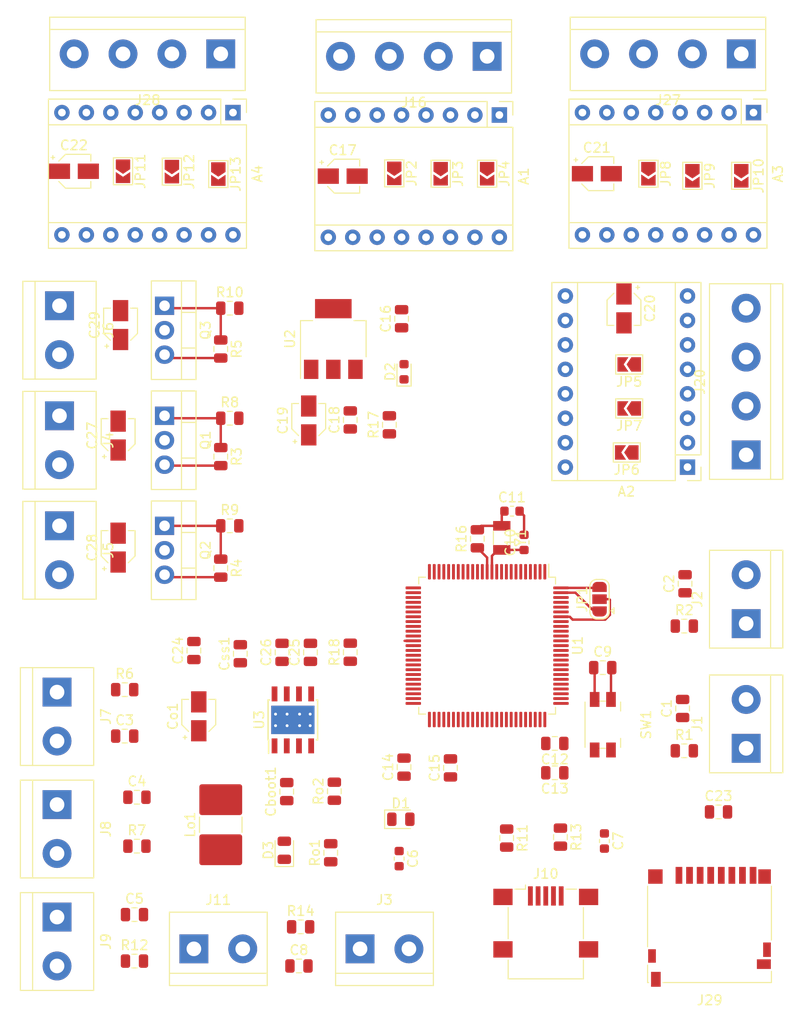
<source format=kicad_pcb>
(kicad_pcb (version 20171130) (host pcbnew "(5.1.4)-1")
  (layers (0 F.Cu signal) (31 B.Cu signal) (34 B.Paste user) (35 F.Paste user) (36 B.SilkS user) (37 F.SilkS user) (38 B.Mask user) (39 F.Mask user) (44 Edge.Cuts user))
  (net 0 "")
  (net 1 /x_dir)
  (net 2 +12V)
  (net 3 /x_stp)
  (net 4 GND)
  (net 5 "Net-(A1-Pad13)")
  (net 6 "Net-(A1-Pad6)")
  (net 7 "Net-(A1-Pad5)")
  (net 8 "Net-(A1-Pad12)")
  (net 9 "Net-(A1-Pad4)")
  (net 10 "Net-(A1-Pad11)")
  (net 11 "Net-(A1-Pad3)")
  (net 12 "Net-(A1-Pad10)")
  (net 13 VCC)
  (net 14 /x_en)
  (net 15 /y_dir)
  (net 16 /y_stp)
  (net 17 "Net-(A2-Pad13)")
  (net 18 "Net-(A2-Pad6)")
  (net 19 "Net-(A2-Pad5)")
  (net 20 "Net-(A2-Pad12)")
  (net 21 "Net-(A2-Pad4)")
  (net 22 "Net-(A2-Pad11)")
  (net 23 "Net-(A2-Pad3)")
  (net 24 "Net-(A2-Pad10)")
  (net 25 /y_en)
  (net 26 /ext0_dir)
  (net 27 /ext0_stp)
  (net 28 "Net-(A3-Pad13)")
  (net 29 "Net-(A3-Pad6)")
  (net 30 "Net-(A3-Pad5)")
  (net 31 "Net-(A3-Pad12)")
  (net 32 "Net-(A3-Pad4)")
  (net 33 "Net-(A3-Pad11)")
  (net 34 "Net-(A3-Pad3)")
  (net 35 "Net-(A3-Pad10)")
  (net 36 /ext0_en)
  (net 37 /z_dir)
  (net 38 /z_stp)
  (net 39 "Net-(A4-Pad13)")
  (net 40 "Net-(A4-Pad6)")
  (net 41 "Net-(A4-Pad5)")
  (net 42 "Net-(A4-Pad12)")
  (net 43 "Net-(A4-Pad4)")
  (net 44 "Net-(A4-Pad11)")
  (net 45 "Net-(A4-Pad3)")
  (net 46 "Net-(A4-Pad10)")
  (net 47 /z_en)
  (net 48 /t_bed)
  (net 49 /t_ext0)
  (net 50 /x_end)
  (net 51 /z_end)
  (net 52 /y_end)
  (net 53 usb_dm)
  (net 54 usb_dp)
  (net 55 /z_probe)
  (net 56 "Net-(C9-Pad1)")
  (net 57 "Net-(C10-Pad1)")
  (net 58 "Net-(C11-Pad1)")
  (net 59 reg_5v)
  (net 60 "Net-(C25-Pad1)")
  (net 61 "Net-(C26-Pad2)")
  (net 62 "Net-(Cboot1-Pad2)")
  (net 63 "Net-(Cboot1-Pad1)")
  (net 64 "Net-(Css1-Pad1)")
  (net 65 "Net-(D1-Pad2)")
  (net 66 "Net-(D2-Pad2)")
  (net 67 "Net-(J4-Pad2)")
  (net 68 "Net-(J5-Pad2)")
  (net 69 "Net-(J6-Pad2)")
  (net 70 "Net-(J10-Pad4)")
  (net 71 "Net-(J10-Pad3)")
  (net 72 "Net-(J10-Pad2)")
  (net 73 "Net-(J29-Pad1)")
  (net 74 SPI1_NSS)
  (net 75 SPI1_MOSI)
  (net 76 SPI1_SCK)
  (net 77 SPI1_MISO)
  (net 78 "Net-(J29-Pad8)")
  (net 79 "Net-(JP1-Pad2)")
  (net 80 "Net-(Q1-Pad4)")
  (net 81 "Net-(Q2-Pad4)")
  (net 82 "Net-(Q3-Pad4)")
  (net 83 /pwm_fan)
  (net 84 /pwm_ext0)
  (net 85 /pwm_bed)
  (net 86 "Net-(R16-Pad1)")
  (net 87 "Net-(Ro1-Pad1)")
  (net 88 "Net-(U1-Pad98)")
  (net 89 "Net-(U1-Pad97)")
  (net 90 SDIO_D5)
  (net 91 SDIO_D4)
  (net 92 I2C1_SDA)
  (net 93 I2C1_SCL)
  (net 94 "Net-(U1-Pad91)")
  (net 95 "Net-(U1-Pad90)")
  (net 96 "Net-(U1-Pad89)")
  (net 97 "Net-(U1-Pad82)")
  (net 98 "Net-(U1-Pad81)")
  (net 99 SDIO_CK)
  (net 100 SDIO_D3)
  (net 101 SDIO_D2)
  (net 102 "Net-(U1-Pad77)")
  (net 103 "Net-(U1-Pad76)")
  (net 104 "Net-(U1-Pad73)")
  (net 105 "Net-(U1-Pad72)")
  (net 106 /usart1_rx)
  (net 107 /usart1_tx)
  (net 108 "Net-(U1-Pad67)")
  (net 109 "Net-(U1-Pad66)")
  (net 110 "Net-(U1-Pad62)")
  (net 111 "Net-(U1-Pad61)")
  (net 112 "Net-(U1-Pad54)")
  (net 113 "Net-(U1-Pad53)")
  (net 114 "Net-(U1-Pad52)")
  (net 115 "Net-(U1-Pad51)")
  (net 116 "Net-(U1-Pad48)")
  (net 117 "Net-(U1-Pad47)")
  (net 118 "Net-(U1-Pad46)")
  (net 119 "Net-(U1-Pad45)")
  (net 120 "Net-(U1-Pad44)")
  (net 121 "Net-(U1-Pad43)")
  (net 122 "Net-(U1-Pad42)")
  (net 123 "Net-(U1-Pad41)")
  (net 124 "Net-(U1-Pad40)")
  (net 125 "Net-(U1-Pad39)")
  (net 126 "Net-(U1-Pad38)")
  (net 127 "Net-(U1-Pad37)")
  (net 128 "Net-(U1-Pad36)")
  (net 129 "Net-(U1-Pad35)")
  (net 130 "Net-(U1-Pad26)")
  (net 131 "Net-(U1-Pad25)")
  (net 132 "Net-(U1-Pad24)")
  (net 133 "Net-(U1-Pad23)")
  (net 134 "Net-(U1-Pad9)")
  (net 135 "Net-(U1-Pad8)")
  (net 136 "Net-(U1-Pad7)")
  (net 137 "Net-(U1-Pad5)")
  (net 138 "Net-(U1-Pad4)")
  (net 139 "Net-(U1-Pad3)")
  (net 140 "Net-(U1-Pad2)")
  (net 141 "Net-(U1-Pad1)")
  (net 142 "Net-(U3-Pad7)")
  (module Package_TO_SOT_THT:TO-220-3_Vertical (layer F.Cu) (at 33.782 144.526 270)
    (fp_text reference Q2 (at 2.54 -4.27 90) (layer F.SilkS))
    (fp_text value PSMN5R2-60YL)
    (pad 3 thru_hole oval (at 5.08 0 270) (size 1.905 2) (drill 1.1) (layers *.Cu *.Mask) (net 4 GND))
    (pad 2 thru_hole oval (at 2.54 0 270) (size 1.905 2) (drill 1.1) (layers *.Cu *.Mask) (net 68 "Net-(J5-Pad2)"))
    (pad 1 thru_hole rect (at 0 0 270) (size 1.905 2) (drill 1.1) (layers *.Cu *.Mask) (net 81 "Net-(Q2-Pad4)"))
  )
  (module Package_TO_SOT_THT:TO-220-3_Vertical (layer F.Cu) (at 33.782 133.096 270)
    (fp_text reference Q1 (at 2.54 -4.27 90) (layer F.SilkS))
    (fp_text value IRF540N)
    (pad 3 thru_hole oval (at 5.08 0 270) (size 1.905 2) (drill 1.1) (layers *.Cu *.Mask) (net 4 GND))
    (pad 2 thru_hole oval (at 2.54 0 270) (size 1.905 2) (drill 1.1) (layers *.Cu *.Mask) (net 67 "Net-(J4-Pad2)"))
    (pad 1 thru_hole rect (at 0 0 270) (size 1.905 2) (drill 1.1) (layers *.Cu *.Mask) (net 80 "Net-(Q1-Pad4)"))
  )
  (module Package_TO_SOT_THT:TO-220-3_Vertical (layer F.Cu) (at 33.782 121.666 270)
    (fp_text reference Q3 (at 2.54 -4.27 90) (layer F.SilkS))
    (fp_text value PSMN5R2-60YL)
    (pad 3 thru_hole oval (at 5.08 0 270) (size 1.905 2) (drill 1.1) (layers *.Cu *.Mask) (net 4 GND))
    (pad 2 thru_hole oval (at 2.54 0 270) (size 1.905 2) (drill 1.1) (layers *.Cu *.Mask) (net 69 "Net-(J6-Pad2)"))
    (pad 1 thru_hole rect (at 0 0 270) (size 1.905 2) (drill 1.1) (layers *.Cu *.Mask) (net 82 "Net-(Q3-Pad4)"))
  )
  (module Resistor_SMD:R_0805_2012Metric (layer F.Cu) (at 66.294 145.8745 90)
    (fp_text reference R16 (at 0 -1.65 90) (layer F.SilkS))
    (fp_text value 390)
    (pad 1 smd roundrect (at -0.9375 0 90) (size 0.975 1.4) (layers F.Cu F.Paste F.Mask) (net 86 "Net-(R16-Pad1)"))
    (pad 2 smd roundrect (at 0.9375 0 90) (size 0.975 1.4) (layers F.Cu F.Paste F.Mask) (net 58 "Net-(C11-Pad1)"))
  )
  (module Capacitor_SMD:CP_Elec_3x5.3 (layer F.Cu) (at 29.21 123.674 90)
    (fp_text reference C29 (at 0 -2.7 90) (layer F.SilkS))
    (fp_text value 100uF)
    (pad 2 smd rect (at 1.5 0 90) (size 2.2 1.6) (layers F.Cu F.Paste F.Mask) (net 2 +12V))
    (pad 1 smd rect (at -1.5 0 90) (size 2.2 1.6) (layers F.Cu F.Paste F.Mask) (net 4 GND))
  )
  (module Capacitor_SMD:CP_Elec_3x5.3 (layer F.Cu) (at 28.956 146.788 90)
    (fp_text reference C28 (at 0 -2.7 90) (layer F.SilkS))
    (fp_text value 100uF)
    (pad 2 smd rect (at 1.5 0 90) (size 2.2 1.6) (layers F.Cu F.Paste F.Mask) (net 2 +12V))
    (pad 1 smd rect (at -1.5 0 90) (size 2.2 1.6) (layers F.Cu F.Paste F.Mask) (net 4 GND))
  )
  (module Capacitor_SMD:CP_Elec_3x5.3 (layer F.Cu) (at 28.956 135.152 90)
    (fp_text reference C27 (at 0 -2.7 90) (layer F.SilkS))
    (fp_text value 100uF)
    (pad 2 smd rect (at 1.5 0 90) (size 2.2 1.6) (layers F.Cu F.Paste F.Mask) (net 2 +12V))
    (pad 1 smd rect (at -1.5 0 90) (size 2.2 1.6) (layers F.Cu F.Paste F.Mask) (net 4 GND))
  )
  (module Connector_USB:USB_Mini-B_Lumberg_2486_01_Horizontal (layer F.Cu) (at 73.406 185.674)
    (fp_text reference J10 (at 0 -5) (layer F.SilkS))
    (fp_text value USB_B_Mini)
    (pad "" np_thru_hole circle (at 2.2 0) (size 1 1) (drill 1) (layers *.Cu *.Mask))
    (pad "" np_thru_hole circle (at -2.2 0) (size 1 1) (drill 1) (layers *.Cu *.Mask))
    (pad 6 smd rect (at 4.45 2.85) (size 2 1.7) (layers F.Cu F.Paste F.Mask) (net 4 GND))
    (pad 6 smd rect (at 4.45 -2.6) (size 2 1.7) (layers F.Cu F.Paste F.Mask) (net 4 GND))
    (pad 6 smd rect (at -4.45 2.85) (size 2 1.7) (layers F.Cu F.Paste F.Mask) (net 4 GND))
    (pad 6 smd rect (at -4.45 -2.6) (size 2 1.7) (layers F.Cu F.Paste F.Mask) (net 4 GND))
    (pad 5 smd rect (at 1.6 -2.7) (size 0.5 2) (layers F.Cu F.Paste F.Mask) (net 4 GND))
    (pad 4 smd rect (at 0.8 -2.7) (size 0.5 2) (layers F.Cu F.Paste F.Mask) (net 70 "Net-(J10-Pad4)"))
    (pad 3 smd rect (at 0 -2.7) (size 0.5 2) (layers F.Cu F.Paste F.Mask) (net 71 "Net-(J10-Pad3)"))
    (pad 2 smd rect (at -0.8 -2.7) (size 0.5 2) (layers F.Cu F.Paste F.Mask) (net 72 "Net-(J10-Pad2)"))
    (pad 1 smd rect (at -1.6 -2.7) (size 0.5 2) (layers F.Cu F.Paste F.Mask) (net 65 "Net-(D1-Pad2)"))
  )
  (module Crystal:Crystal_SMD_3215-2Pin_3.2x1.5mm (layer F.Cu) (at 68.834 145.776 270)
    (fp_text reference Y1 (at 0 -2 90) (layer F.SilkS))
    (fp_text value 8MHz)
    (pad 2 smd rect (at -1.25 0 270) (size 1 1.8) (layers F.Cu F.Paste F.Mask) (net 58 "Net-(C11-Pad1)"))
    (pad 1 smd rect (at 1.25 0 270) (size 1 1.8) (layers F.Cu F.Paste F.Mask) (net 57 "Net-(C10-Pad1)"))
  )
  (module Package_SO:TI_SO-PowerPAD-8_ThermalVias (layer F.Cu) (at 47.117 164.686 90)
    (fp_text reference U3 (at 0 -3.5 90) (layer F.SilkS))
    (fp_text value TPS54336ADDA)
    (pad 9 thru_hole circle (at 0.6 1.8 90) (size 0.6 0.6) (drill 0.3) (layers *.Cu) (net 4 GND))
    (pad 9 thru_hole circle (at 0.6 0.7 90) (size 0.6 0.6) (drill 0.3) (layers *.Cu) (net 4 GND))
    (pad 9 thru_hole circle (at -0.6 0.7 90) (size 0.6 0.6) (drill 0.3) (layers *.Cu) (net 4 GND))
    (pad 9 thru_hole circle (at -0.6 1.8 90) (size 0.6 0.6) (drill 0.3) (layers *.Cu) (net 4 GND))
    (pad 9 thru_hole circle (at 0.6 -1.8 90) (size 0.6 0.6) (drill 0.3) (layers *.Cu) (net 4 GND))
    (pad 9 thru_hole circle (at 0.6 -0.6 90) (size 0.6 0.6) (drill 0.3) (layers *.Cu) (net 4 GND))
    (pad 9 thru_hole circle (at -0.6 -0.6 90) (size 0.6 0.6) (drill 0.3) (layers *.Cu) (net 4 GND))
    (pad 9 thru_hole circle (at -0.6 -1.8 90) (size 0.6 0.6) (drill 0.3) (layers *.Cu) (net 4 GND))
    (pad 9 smd rect (at 0 0 90) (size 2.95 4.5) (layers B.Cu) (net 4 GND))
    (pad 8 smd rect (at 2.7 -1.905 90) (size 1.55 0.6) (layers F.Cu F.Paste F.Mask) (net 64 "Net-(Css1-Pad1)"))
    (pad 7 smd rect (at 2.7 -0.635 90) (size 1.55 0.6) (layers F.Cu F.Paste F.Mask) (net 142 "Net-(U3-Pad7)"))
    (pad 6 smd rect (at 2.7 0.635 90) (size 1.55 0.6) (layers F.Cu F.Paste F.Mask) (net 60 "Net-(C25-Pad1)"))
    (pad 5 smd rect (at 2.7 1.905 90) (size 1.55 0.6) (layers F.Cu F.Paste F.Mask) (net 87 "Net-(Ro1-Pad1)"))
    (pad 4 smd rect (at -2.7 1.905 90) (size 1.55 0.6) (layers F.Cu F.Paste F.Mask) (net 4 GND))
    (pad 3 smd rect (at -2.7 0.635 90) (size 1.55 0.6) (layers F.Cu F.Paste F.Mask) (net 63 "Net-(Cboot1-Pad1)"))
    (pad 2 smd rect (at -2.7 -0.635 90) (size 1.55 0.6) (layers F.Cu F.Paste F.Mask) (net 2 +12V))
    (pad 1 smd rect (at -2.7 -1.905 90) (size 1.55 0.6) (layers F.Cu F.Paste F.Mask) (net 62 "Net-(Cboot1-Pad2)"))
    (pad 9 smd rect (at 0 0 90) (size 2.95 4.5) (layers F.Cu) (net 4 GND))
    (pad 9 smd rect (at 0 0 90) (size 2.6 3.1) (layers F.Cu F.Paste F.Mask) (net 4 GND))
  )
  (module Package_TO_SOT_SMD:SOT-223-3_TabPin2 (layer F.Cu) (at 51.322 125.12 90)
    (fp_text reference U2 (at 0 -4.5 90) (layer F.SilkS))
    (fp_text value AMS1117-3.3)
    (pad 1 smd rect (at -3.15 -2.3 90) (size 2 1.5) (layers F.Cu F.Paste F.Mask) (net 4 GND))
    (pad 3 smd rect (at -3.15 2.3 90) (size 2 1.5) (layers F.Cu F.Paste F.Mask) (net 59 reg_5v))
    (pad 2 smd rect (at -3.15 0 90) (size 2 1.5) (layers F.Cu F.Paste F.Mask) (net 13 VCC))
    (pad 2 smd rect (at 3.15 0 90) (size 2 3.8) (layers F.Cu F.Paste F.Mask) (net 13 VCC))
  )
  (module Package_QFP:LQFP-100_14x14mm_P0.5mm (layer F.Cu) (at 67.31 156.972 270)
    (fp_text reference U1 (at 0 -9.42 90) (layer F.SilkS))
    (fp_text value STM32F103VETx)
    (pad 100 smd roundrect (at -6 -7.675 270) (size 0.3 1.6) (layers F.Cu F.Paste F.Mask) (net 13 VCC))
    (pad 99 smd roundrect (at -5.5 -7.675 270) (size 0.3 1.6) (layers F.Cu F.Paste F.Mask) (net 4 GND))
    (pad 98 smd roundrect (at -5 -7.675 270) (size 0.3 1.6) (layers F.Cu F.Paste F.Mask) (net 88 "Net-(U1-Pad98)"))
    (pad 97 smd roundrect (at -4.5 -7.675 270) (size 0.3 1.6) (layers F.Cu F.Paste F.Mask) (net 89 "Net-(U1-Pad97)"))
    (pad 96 smd roundrect (at -4 -7.675 270) (size 0.3 1.6) (layers F.Cu F.Paste F.Mask) (net 90 SDIO_D5))
    (pad 95 smd roundrect (at -3.5 -7.675 270) (size 0.3 1.6) (layers F.Cu F.Paste F.Mask) (net 91 SDIO_D4))
    (pad 94 smd roundrect (at -3 -7.675 270) (size 0.3 1.6) (layers F.Cu F.Paste F.Mask) (net 79 "Net-(JP1-Pad2)"))
    (pad 93 smd roundrect (at -2.5 -7.675 270) (size 0.3 1.6) (layers F.Cu F.Paste F.Mask) (net 92 I2C1_SDA))
    (pad 92 smd roundrect (at -2 -7.675 270) (size 0.3 1.6) (layers F.Cu F.Paste F.Mask) (net 93 I2C1_SCL))
    (pad 91 smd roundrect (at -1.5 -7.675 270) (size 0.3 1.6) (layers F.Cu F.Paste F.Mask) (net 94 "Net-(U1-Pad91)"))
    (pad 90 smd roundrect (at -1 -7.675 270) (size 0.3 1.6) (layers F.Cu F.Paste F.Mask) (net 95 "Net-(U1-Pad90)"))
    (pad 89 smd roundrect (at -0.5 -7.675 270) (size 0.3 1.6) (layers F.Cu F.Paste F.Mask) (net 96 "Net-(U1-Pad89)"))
    (pad 88 smd roundrect (at 0 -7.675 270) (size 0.3 1.6) (layers F.Cu F.Paste F.Mask) (net 1 /x_dir))
    (pad 87 smd roundrect (at 0.5 -7.675 270) (size 0.3 1.6) (layers F.Cu F.Paste F.Mask) (net 3 /x_stp))
    (pad 86 smd roundrect (at 1 -7.675 270) (size 0.3 1.6) (layers F.Cu F.Paste F.Mask) (net 14 /x_en))
    (pad 85 smd roundrect (at 1.5 -7.675 270) (size 0.3 1.6) (layers F.Cu F.Paste F.Mask) (net 26 /ext0_dir))
    (pad 84 smd roundrect (at 2 -7.675 270) (size 0.3 1.6) (layers F.Cu F.Paste F.Mask) (net 27 /ext0_stp))
    (pad 83 smd roundrect (at 2.5 -7.675 270) (size 0.3 1.6) (layers F.Cu F.Paste F.Mask) (net 36 /ext0_en))
    (pad 82 smd roundrect (at 3 -7.675 270) (size 0.3 1.6) (layers F.Cu F.Paste F.Mask) (net 97 "Net-(U1-Pad82)"))
    (pad 81 smd roundrect (at 3.5 -7.675 270) (size 0.3 1.6) (layers F.Cu F.Paste F.Mask) (net 98 "Net-(U1-Pad81)"))
    (pad 80 smd roundrect (at 4 -7.675 270) (size 0.3 1.6) (layers F.Cu F.Paste F.Mask) (net 99 SDIO_CK))
    (pad 79 smd roundrect (at 4.5 -7.675 270) (size 0.3 1.6) (layers F.Cu F.Paste F.Mask) (net 100 SDIO_D3))
    (pad 78 smd roundrect (at 5 -7.675 270) (size 0.3 1.6) (layers F.Cu F.Paste F.Mask) (net 101 SDIO_D2))
    (pad 77 smd roundrect (at 5.5 -7.675 270) (size 0.3 1.6) (layers F.Cu F.Paste F.Mask) (net 102 "Net-(U1-Pad77)"))
    (pad 76 smd roundrect (at 6 -7.675 270) (size 0.3 1.6) (layers F.Cu F.Paste F.Mask) (net 103 "Net-(U1-Pad76)"))
    (pad 75 smd roundrect (at 7.675 -6 270) (size 1.6 0.3) (layers F.Cu F.Paste F.Mask) (net 13 VCC))
    (pad 74 smd roundrect (at 7.675 -5.5 270) (size 1.6 0.3) (layers F.Cu F.Paste F.Mask) (net 4 GND))
    (pad 73 smd roundrect (at 7.675 -5 270) (size 1.6 0.3) (layers F.Cu F.Paste F.Mask) (net 104 "Net-(U1-Pad73)"))
    (pad 72 smd roundrect (at 7.675 -4.5 270) (size 1.6 0.3) (layers F.Cu F.Paste F.Mask) (net 105 "Net-(U1-Pad72)"))
    (pad 71 smd roundrect (at 7.675 -4 270) (size 1.6 0.3) (layers F.Cu F.Paste F.Mask) (net 54 usb_dp))
    (pad 70 smd roundrect (at 7.675 -3.5 270) (size 1.6 0.3) (layers F.Cu F.Paste F.Mask) (net 53 usb_dm))
    (pad 69 smd roundrect (at 7.675 -3 270) (size 1.6 0.3) (layers F.Cu F.Paste F.Mask) (net 106 /usart1_rx))
    (pad 68 smd roundrect (at 7.675 -2.5 270) (size 1.6 0.3) (layers F.Cu F.Paste F.Mask) (net 107 /usart1_tx))
    (pad 67 smd roundrect (at 7.675 -2 270) (size 1.6 0.3) (layers F.Cu F.Paste F.Mask) (net 108 "Net-(U1-Pad67)"))
    (pad 66 smd roundrect (at 7.675 -1.5 270) (size 1.6 0.3) (layers F.Cu F.Paste F.Mask) (net 109 "Net-(U1-Pad66)"))
    (pad 65 smd roundrect (at 7.675 -1 270) (size 1.6 0.3) (layers F.Cu F.Paste F.Mask) (net 84 /pwm_ext0))
    (pad 64 smd roundrect (at 7.675 -0.5 270) (size 1.6 0.3) (layers F.Cu F.Paste F.Mask) (net 85 /pwm_bed))
    (pad 63 smd roundrect (at 7.675 0 270) (size 1.6 0.3) (layers F.Cu F.Paste F.Mask) (net 83 /pwm_fan))
    (pad 62 smd roundrect (at 7.675 0.5 270) (size 1.6 0.3) (layers F.Cu F.Paste F.Mask) (net 110 "Net-(U1-Pad62)"))
    (pad 61 smd roundrect (at 7.675 1 270) (size 1.6 0.3) (layers F.Cu F.Paste F.Mask) (net 111 "Net-(U1-Pad61)"))
    (pad 60 smd roundrect (at 7.675 1.5 270) (size 1.6 0.3) (layers F.Cu F.Paste F.Mask) (net 37 /z_dir))
    (pad 59 smd roundrect (at 7.675 2 270) (size 1.6 0.3) (layers F.Cu F.Paste F.Mask) (net 38 /z_stp))
    (pad 58 smd roundrect (at 7.675 2.5 270) (size 1.6 0.3) (layers F.Cu F.Paste F.Mask) (net 47 /z_en))
    (pad 57 smd roundrect (at 7.675 3 270) (size 1.6 0.3) (layers F.Cu F.Paste F.Mask) (net 15 /y_dir))
    (pad 56 smd roundrect (at 7.675 3.5 270) (size 1.6 0.3) (layers F.Cu F.Paste F.Mask) (net 16 /y_stp))
    (pad 55 smd roundrect (at 7.675 4 270) (size 1.6 0.3) (layers F.Cu F.Paste F.Mask) (net 25 /y_en))
    (pad 54 smd roundrect (at 7.675 4.5 270) (size 1.6 0.3) (layers F.Cu F.Paste F.Mask) (net 112 "Net-(U1-Pad54)"))
    (pad 53 smd roundrect (at 7.675 5 270) (size 1.6 0.3) (layers F.Cu F.Paste F.Mask) (net 113 "Net-(U1-Pad53)"))
    (pad 52 smd roundrect (at 7.675 5.5 270) (size 1.6 0.3) (layers F.Cu F.Paste F.Mask) (net 114 "Net-(U1-Pad52)"))
    (pad 51 smd roundrect (at 7.675 6 270) (size 1.6 0.3) (layers F.Cu F.Paste F.Mask) (net 115 "Net-(U1-Pad51)"))
    (pad 50 smd roundrect (at 6 7.675 270) (size 0.3 1.6) (layers F.Cu F.Paste F.Mask) (net 13 VCC))
    (pad 49 smd roundrect (at 5.5 7.675 270) (size 0.3 1.6) (layers F.Cu F.Paste F.Mask) (net 4 GND))
    (pad 48 smd roundrect (at 5 7.675 270) (size 0.3 1.6) (layers F.Cu F.Paste F.Mask) (net 116 "Net-(U1-Pad48)"))
    (pad 47 smd roundrect (at 4.5 7.675 270) (size 0.3 1.6) (layers F.Cu F.Paste F.Mask) (net 117 "Net-(U1-Pad47)"))
    (pad 46 smd roundrect (at 4 7.675 270) (size 0.3 1.6) (layers F.Cu F.Paste F.Mask) (net 118 "Net-(U1-Pad46)"))
    (pad 45 smd roundrect (at 3.5 7.675 270) (size 0.3 1.6) (layers F.Cu F.Paste F.Mask) (net 119 "Net-(U1-Pad45)"))
    (pad 44 smd roundrect (at 3 7.675 270) (size 0.3 1.6) (layers F.Cu F.Paste F.Mask) (net 120 "Net-(U1-Pad44)"))
    (pad 43 smd roundrect (at 2.5 7.675 270) (size 0.3 1.6) (layers F.Cu F.Paste F.Mask) (net 121 "Net-(U1-Pad43)"))
    (pad 42 smd roundrect (at 2 7.675 270) (size 0.3 1.6) (layers F.Cu F.Paste F.Mask) (net 122 "Net-(U1-Pad42)"))
    (pad 41 smd roundrect (at 1.5 7.675 270) (size 0.3 1.6) (layers F.Cu F.Paste F.Mask) (net 123 "Net-(U1-Pad41)"))
    (pad 40 smd roundrect (at 1 7.675 270) (size 0.3 1.6) (layers F.Cu F.Paste F.Mask) (net 124 "Net-(U1-Pad40)"))
    (pad 39 smd roundrect (at 0.5 7.675 270) (size 0.3 1.6) (layers F.Cu F.Paste F.Mask) (net 125 "Net-(U1-Pad39)"))
    (pad 38 smd roundrect (at 0 7.675 270) (size 0.3 1.6) (layers F.Cu F.Paste F.Mask) (net 126 "Net-(U1-Pad38)"))
    (pad 37 smd roundrect (at -0.5 7.675 270) (size 0.3 1.6) (layers F.Cu F.Paste F.Mask) (net 127 "Net-(U1-Pad37)"))
    (pad 36 smd roundrect (at -1 7.675 270) (size 0.3 1.6) (layers F.Cu F.Paste F.Mask) (net 128 "Net-(U1-Pad36)"))
    (pad 35 smd roundrect (at -1.5 7.675 270) (size 0.3 1.6) (layers F.Cu F.Paste F.Mask) (net 129 "Net-(U1-Pad35)"))
    (pad 34 smd roundrect (at -2 7.675 270) (size 0.3 1.6) (layers F.Cu F.Paste F.Mask) (net 55 /z_probe))
    (pad 33 smd roundrect (at -2.5 7.675 270) (size 0.3 1.6) (layers F.Cu F.Paste F.Mask) (net 51 /z_end))
    (pad 32 smd roundrect (at -3 7.675 270) (size 0.3 1.6) (layers F.Cu F.Paste F.Mask) (net 75 SPI1_MOSI))
    (pad 31 smd roundrect (at -3.5 7.675 270) (size 0.3 1.6) (layers F.Cu F.Paste F.Mask) (net 77 SPI1_MISO))
    (pad 30 smd roundrect (at -4 7.675 270) (size 0.3 1.6) (layers F.Cu F.Paste F.Mask) (net 76 SPI1_SCK))
    (pad 29 smd roundrect (at -4.5 7.675 270) (size 0.3 1.6) (layers F.Cu F.Paste F.Mask) (net 74 SPI1_NSS))
    (pad 28 smd roundrect (at -5 7.675 270) (size 0.3 1.6) (layers F.Cu F.Paste F.Mask) (net 13 VCC))
    (pad 27 smd roundrect (at -5.5 7.675 270) (size 0.3 1.6) (layers F.Cu F.Paste F.Mask) (net 4 GND))
    (pad 26 smd roundrect (at -6 7.675 270) (size 0.3 1.6) (layers F.Cu F.Paste F.Mask) (net 130 "Net-(U1-Pad26)"))
    (pad 25 smd roundrect (at -7.675 6 270) (size 1.6 0.3) (layers F.Cu F.Paste F.Mask) (net 131 "Net-(U1-Pad25)"))
    (pad 24 smd roundrect (at -7.675 5.5 270) (size 1.6 0.3) (layers F.Cu F.Paste F.Mask) (net 132 "Net-(U1-Pad24)"))
    (pad 23 smd roundrect (at -7.675 5 270) (size 1.6 0.3) (layers F.Cu F.Paste F.Mask) (net 133 "Net-(U1-Pad23)"))
    (pad 22 smd roundrect (at -7.675 4.5 270) (size 1.6 0.3) (layers F.Cu F.Paste F.Mask) (net 13 VCC))
    (pad 21 smd roundrect (at -7.675 4 270) (size 1.6 0.3) (layers F.Cu F.Paste F.Mask) (net 13 VCC))
    (pad 20 smd roundrect (at -7.675 3.5 270) (size 1.6 0.3) (layers F.Cu F.Paste F.Mask) (net 4 GND))
    (pad 19 smd roundrect (at -7.675 3 270) (size 1.6 0.3) (layers F.Cu F.Paste F.Mask) (net 4 GND))
    (pad 18 smd roundrect (at -7.675 2.5 270) (size 1.6 0.3) (layers F.Cu F.Paste F.Mask) (net 52 /y_end))
    (pad 17 smd roundrect (at -7.675 2 270) (size 1.6 0.3) (layers F.Cu F.Paste F.Mask) (net 50 /x_end))
    (pad 16 smd roundrect (at -7.675 1.5 270) (size 1.6 0.3) (layers F.Cu F.Paste F.Mask) (net 48 /t_bed))
    (pad 15 smd roundrect (at -7.675 1 270) (size 1.6 0.3) (layers F.Cu F.Paste F.Mask) (net 49 /t_ext0))
    (pad 14 smd roundrect (at -7.675 0.5 270) (size 1.6 0.3) (layers F.Cu F.Paste F.Mask) (net 56 "Net-(C9-Pad1)"))
    (pad 13 smd roundrect (at -7.675 0 270) (size 1.6 0.3) (layers F.Cu F.Paste F.Mask) (net 86 "Net-(R16-Pad1)"))
    (pad 12 smd roundrect (at -7.675 -0.5 270) (size 1.6 0.3) (layers F.Cu F.Paste F.Mask) (net 57 "Net-(C10-Pad1)"))
    (pad 11 smd roundrect (at -7.675 -1 270) (size 1.6 0.3) (layers F.Cu F.Paste F.Mask) (net 13 VCC))
    (pad 10 smd roundrect (at -7.675 -1.5 270) (size 1.6 0.3) (layers F.Cu F.Paste F.Mask) (net 4 GND))
    (pad 9 smd roundrect (at -7.675 -2 270) (size 1.6 0.3) (layers F.Cu F.Paste F.Mask) (net 134 "Net-(U1-Pad9)"))
    (pad 8 smd roundrect (at -7.675 -2.5 270) (size 1.6 0.3) (layers F.Cu F.Paste F.Mask) (net 135 "Net-(U1-Pad8)"))
    (pad 7 smd roundrect (at -7.675 -3 270) (size 1.6 0.3) (layers F.Cu F.Paste F.Mask) (net 136 "Net-(U1-Pad7)"))
    (pad 6 smd roundrect (at -7.675 -3.5 270) (size 1.6 0.3) (layers F.Cu F.Paste F.Mask) (net 13 VCC))
    (pad 5 smd roundrect (at -7.675 -4 270) (size 1.6 0.3) (layers F.Cu F.Paste F.Mask) (net 137 "Net-(U1-Pad5)"))
    (pad 4 smd roundrect (at -7.675 -4.5 270) (size 1.6 0.3) (layers F.Cu F.Paste F.Mask) (net 138 "Net-(U1-Pad4)"))
    (pad 3 smd roundrect (at -7.675 -5 270) (size 1.6 0.3) (layers F.Cu F.Paste F.Mask) (net 139 "Net-(U1-Pad3)"))
    (pad 2 smd roundrect (at -7.675 -5.5 270) (size 1.6 0.3) (layers F.Cu F.Paste F.Mask) (net 140 "Net-(U1-Pad2)"))
    (pad 1 smd roundrect (at -7.675 -6 270) (size 1.6 0.3) (layers F.Cu F.Paste F.Mask) (net 141 "Net-(U1-Pad1)"))
  )
  (module Button_Switch_SMD:Panasonic_EVQPUJ_EVQPUA (layer F.Cu) (at 79.336 165.185 270)
    (fp_text reference SW1 (at 0 -4.5 90) (layer F.SilkS))
    (fp_text value SW_Push)
    (pad 1 smd rect (at 2.625 -0.85 90) (size 1.55 1) (layers F.Cu F.Paste F.Mask) (net 4 GND))
    (pad 1 smd rect (at -2.625 -0.85 90) (size 1.55 1) (layers F.Cu F.Paste F.Mask) (net 4 GND))
    (pad 2 smd rect (at -2.625 0.85 90) (size 1.55 1) (layers F.Cu F.Paste F.Mask) (net 56 "Net-(C9-Pad1)"))
    (pad 2 smd rect (at 2.625 0.85 90) (size 1.55 1) (layers F.Cu F.Paste F.Mask) (net 56 "Net-(C9-Pad1)"))
  )
  (module Resistor_SMD:R_0805_2012Metric (layer F.Cu) (at 51.429001 172.094999 90)
    (fp_text reference Ro2 (at 0 -1.65 90) (layer F.SilkS))
    (fp_text value 10k)
    (pad 2 smd roundrect (at 0.9375 0 90) (size 0.975 1.4) (layers F.Cu F.Paste F.Mask) (net 87 "Net-(Ro1-Pad1)"))
    (pad 1 smd roundrect (at -0.9375 0 90) (size 0.975 1.4) (layers F.Cu F.Paste F.Mask) (net 59 reg_5v))
  )
  (module Resistor_SMD:R_0805_2012Metric (layer F.Cu) (at 51.054 178.4835 90)
    (fp_text reference Ro1 (at 0 -1.65 90) (layer F.SilkS))
    (fp_text value 1.96k)
    (pad 2 smd roundrect (at 0.9375 0 90) (size 0.975 1.4) (layers F.Cu F.Paste F.Mask) (net 4 GND))
    (pad 1 smd roundrect (at -0.9375 0 90) (size 0.975 1.4) (layers F.Cu F.Paste F.Mask) (net 87 "Net-(Ro1-Pad1)"))
  )
  (module Resistor_SMD:R_0805_2012Metric (layer F.Cu) (at 53.086 157.6555 90)
    (fp_text reference R18 (at 0 -1.65 90) (layer F.SilkS))
    (fp_text value 100)
    (pad 2 smd roundrect (at 0.9375 0 90) (size 0.975 1.4) (layers F.Cu F.Paste F.Mask) (net 4 GND))
    (pad 1 smd roundrect (at -0.9375 0 90) (size 0.975 1.4) (layers F.Cu F.Paste F.Mask) (net 61 "Net-(C26-Pad2)"))
  )
  (module Resistor_SMD:R_0805_2012Metric (layer F.Cu) (at 57.15 134.0335 90)
    (fp_text reference R17 (at 0 -1.65 90) (layer F.SilkS))
    (fp_text value 1k)
    (pad 2 smd roundrect (at 0.9375 0 90) (size 0.975 1.4) (layers F.Cu F.Paste F.Mask) (net 66 "Net-(D2-Pad2)"))
    (pad 1 smd roundrect (at -0.9375 0 90) (size 0.975 1.4) (layers F.Cu F.Paste F.Mask) (net 13 VCC))
  )
  (module Resistor_SMD:R_0805_2012Metric (layer F.Cu) (at 47.9275 186.182)
    (fp_text reference R14 (at 0 -1.65) (layer F.SilkS))
    (fp_text value 10k)
    (pad 2 smd roundrect (at 0.9375 0) (size 0.975 1.4) (layers F.Cu F.Paste F.Mask) (net 55 /z_probe))
    (pad 1 smd roundrect (at -0.9375 0) (size 0.975 1.4) (layers F.Cu F.Paste F.Mask) (net 13 VCC))
  )
  (module Resistor_SMD:R_0805_2012Metric (layer F.Cu) (at 74.93 176.8625 270)
    (fp_text reference R13 (at 0 -1.65 90) (layer F.SilkS))
    (fp_text value 22)
    (pad 2 smd roundrect (at 0.9375 0 270) (size 0.975 1.4) (layers F.Cu F.Paste F.Mask) (net 71 "Net-(J10-Pad3)"))
    (pad 1 smd roundrect (at -0.9375 0 270) (size 0.975 1.4) (layers F.Cu F.Paste F.Mask) (net 54 usb_dp))
  )
  (module Resistor_SMD:R_0805_2012Metric (layer F.Cu) (at 30.6555 189.738)
    (fp_text reference R12 (at 0 -1.65) (layer F.SilkS))
    (fp_text value 10k)
    (pad 2 smd roundrect (at 0.9375 0) (size 0.975 1.4) (layers F.Cu F.Paste F.Mask) (net 52 /y_end))
    (pad 1 smd roundrect (at -0.9375 0) (size 0.975 1.4) (layers F.Cu F.Paste F.Mask) (net 13 VCC))
  )
  (module Resistor_SMD:R_0805_2012Metric (layer F.Cu) (at 69.342 176.9595 270)
    (fp_text reference R11 (at 0 -1.65 90) (layer F.SilkS))
    (fp_text value 22)
    (pad 2 smd roundrect (at 0.9375 0 270) (size 0.975 1.4) (layers F.Cu F.Paste F.Mask) (net 72 "Net-(J10-Pad2)"))
    (pad 1 smd roundrect (at -0.9375 0 270) (size 0.975 1.4) (layers F.Cu F.Paste F.Mask) (net 53 usb_dm))
  )
  (module Resistor_SMD:R_0805_2012Metric (layer F.Cu) (at 40.5615 121.92)
    (fp_text reference R10 (at 0 -1.65) (layer F.SilkS))
    (fp_text value 100)
    (pad 2 smd roundrect (at 0.9375 0) (size 0.975 1.4) (layers F.Cu F.Paste F.Mask) (net 85 /pwm_bed))
    (pad 1 smd roundrect (at -0.9375 0) (size 0.975 1.4) (layers F.Cu F.Paste F.Mask) (net 82 "Net-(Q3-Pad4)"))
  )
  (module Resistor_SMD:R_0805_2012Metric (layer F.Cu) (at 40.5615 144.526)
    (fp_text reference R9 (at 0 -1.65) (layer F.SilkS))
    (fp_text value 100)
    (pad 2 smd roundrect (at 0.9375 0) (size 0.975 1.4) (layers F.Cu F.Paste F.Mask) (net 84 /pwm_ext0))
    (pad 1 smd roundrect (at -0.9375 0) (size 0.975 1.4) (layers F.Cu F.Paste F.Mask) (net 81 "Net-(Q2-Pad4)"))
  )
  (module Resistor_SMD:R_0805_2012Metric (layer F.Cu) (at 40.5615 133.35)
    (fp_text reference R8 (at 0 -1.65) (layer F.SilkS))
    (fp_text value 100)
    (pad 2 smd roundrect (at 0.9375 0) (size 0.975 1.4) (layers F.Cu F.Paste F.Mask) (net 83 /pwm_fan))
    (pad 1 smd roundrect (at -0.9375 0) (size 0.975 1.4) (layers F.Cu F.Paste F.Mask) (net 80 "Net-(Q1-Pad4)"))
  )
  (module Resistor_SMD:R_0805_2012Metric (layer F.Cu) (at 30.9095 177.8)
    (fp_text reference R7 (at 0 -1.65) (layer F.SilkS))
    (fp_text value 10k)
    (pad 2 smd roundrect (at 0.9375 0) (size 0.975 1.4) (layers F.Cu F.Paste F.Mask) (net 51 /z_end))
    (pad 1 smd roundrect (at -0.9375 0) (size 0.975 1.4) (layers F.Cu F.Paste F.Mask) (net 13 VCC))
  )
  (module Resistor_SMD:R_0805_2012Metric (layer F.Cu) (at 29.6395 161.544)
    (fp_text reference R6 (at 0 -1.65) (layer F.SilkS))
    (fp_text value 10k)
    (pad 2 smd roundrect (at 0.9375 0) (size 0.975 1.4) (layers F.Cu F.Paste F.Mask) (net 50 /x_end))
    (pad 1 smd roundrect (at -0.9375 0) (size 0.975 1.4) (layers F.Cu F.Paste F.Mask) (net 13 VCC))
  )
  (module Resistor_SMD:R_0805_2012Metric (layer F.Cu) (at 39.624 126.1595 270)
    (fp_text reference R5 (at 0 -1.65 90) (layer F.SilkS))
    (fp_text value 10k)
    (pad 2 smd roundrect (at 0.9375 0 270) (size 0.975 1.4) (layers F.Cu F.Paste F.Mask) (net 4 GND))
    (pad 1 smd roundrect (at -0.9375 0 270) (size 0.975 1.4) (layers F.Cu F.Paste F.Mask) (net 82 "Net-(Q3-Pad4)"))
  )
  (module Resistor_SMD:R_0805_2012Metric (layer F.Cu) (at 39.624 148.9225 270)
    (fp_text reference R4 (at 0 -1.65 90) (layer F.SilkS))
    (fp_text value 10k)
    (pad 2 smd roundrect (at 0.9375 0 270) (size 0.975 1.4) (layers F.Cu F.Paste F.Mask) (net 4 GND))
    (pad 1 smd roundrect (at -0.9375 0 270) (size 0.975 1.4) (layers F.Cu F.Paste F.Mask) (net 81 "Net-(Q2-Pad4)"))
  )
  (module Resistor_SMD:R_0805_2012Metric (layer F.Cu) (at 39.624 137.3355 270)
    (fp_text reference R3 (at 0 -1.65 90) (layer F.SilkS))
    (fp_text value 10k)
    (pad 2 smd roundrect (at 0.9375 0 270) (size 0.975 1.4) (layers F.Cu F.Paste F.Mask) (net 4 GND))
    (pad 1 smd roundrect (at -0.9375 0 270) (size 0.975 1.4) (layers F.Cu F.Paste F.Mask) (net 80 "Net-(Q1-Pad4)"))
  )
  (module Resistor_SMD:R_0805_2012Metric (layer F.Cu) (at 87.8055 154.94)
    (fp_text reference R2 (at 0 -1.65) (layer F.SilkS))
    (fp_text value 4.7k)
    (pad 2 smd roundrect (at 0.9375 0) (size 0.975 1.4) (layers F.Cu F.Paste F.Mask) (net 49 /t_ext0))
    (pad 1 smd roundrect (at -0.9375 0) (size 0.975 1.4) (layers F.Cu F.Paste F.Mask) (net 13 VCC))
  )
  (module Resistor_SMD:R_0805_2012Metric (layer F.Cu) (at 87.8055 167.894)
    (fp_text reference R1 (at 0 -1.65) (layer F.SilkS))
    (fp_text value 4.7k)
    (pad 2 smd roundrect (at 0.9375 0) (size 0.975 1.4) (layers F.Cu F.Paste F.Mask) (net 48 /t_bed))
    (pad 1 smd roundrect (at -0.9375 0) (size 0.975 1.4) (layers F.Cu F.Paste F.Mask) (net 13 VCC))
  )
  (module Inductor_SMD:L_2816_7142Metric_Pad3.20x4.45mm_HandSolder (layer F.Cu) (at 39.624 175.574 90)
    (fp_text reference Lo1 (at 0 -3.18 90) (layer F.SilkS))
    (fp_text value 33uH)
    (pad 2 smd roundrect (at 2.6 0 90) (size 3.2 4.45) (layers F.Cu F.Paste F.Mask) (roundrect_rratio 0.078125) (net 59 reg_5v))
    (pad 1 smd roundrect (at -2.6 0 90) (size 3.2 4.45) (layers F.Cu F.Paste F.Mask) (roundrect_rratio 0.078125) (net 63 "Net-(Cboot1-Pad1)"))
  )
  (module Jumper:SolderJumper-2_P1.3mm_Open_TrianglePad1.0x1.5mm (layer F.Cu) (at 39.37 107.987 270)
    (fp_text reference JP13 (at 0 -1.8 90) (layer F.SilkS))
    (fp_text value SolderJumper_2_Open)
    (pad 1 smd custom (at -0.725 0 270) (size 0.3 0.3) (layers F.Cu F.Mask) (net 13 VCC) (options (clearance outline) (anchor rect)) (primitives (gr_poly (pts (xy -0.5 -0.75) (xy 0.5 -0.75) (xy 1 0) (xy 0.5 0.75) (xy -0.5 0.75)) (width 0))))
    (pad 2 smd custom (at 0.725 0 270) (size 0.3 0.3) (layers F.Cu F.Mask) (net 42 "Net-(A4-Pad12)") (options (clearance outline) (anchor rect)) (primitives (gr_poly (pts (xy -0.65 -0.75) (xy 0.5 -0.75) (xy 0.5 0.75) (xy -0.65 0.75) (xy -0.15 0)) (width 0))))
  )
  (module Jumper:SolderJumper-2_P1.3mm_Open_TrianglePad1.0x1.5mm (layer F.Cu) (at 34.544 107.733 270)
    (fp_text reference JP12 (at 0 -1.8 90) (layer F.SilkS))
    (fp_text value SolderJumper_2_Open)
    (pad 1 smd custom (at -0.725 0 270) (size 0.3 0.3) (layers F.Cu F.Mask) (net 13 VCC) (options (clearance outline) (anchor rect)) (primitives (gr_poly (pts (xy -0.5 -0.75) (xy 0.5 -0.75) (xy 1 0) (xy 0.5 0.75) (xy -0.5 0.75)) (width 0))))
    (pad 2 smd custom (at 0.725 0 270) (size 0.3 0.3) (layers F.Cu F.Mask) (net 44 "Net-(A4-Pad11)") (options (clearance outline) (anchor rect)) (primitives (gr_poly (pts (xy -0.65 -0.75) (xy 0.5 -0.75) (xy 0.5 0.75) (xy -0.65 0.75) (xy -0.15 0)) (width 0))))
  )
  (module Jumper:SolderJumper-2_P1.3mm_Open_TrianglePad1.0x1.5mm (layer F.Cu) (at 29.464 107.696 270)
    (fp_text reference JP11 (at 0 -1.8 90) (layer F.SilkS))
    (fp_text value SolderJumper_2_Open)
    (pad 1 smd custom (at -0.725 0 270) (size 0.3 0.3) (layers F.Cu F.Mask) (net 13 VCC) (options (clearance outline) (anchor rect)) (primitives (gr_poly (pts (xy -0.5 -0.75) (xy 0.5 -0.75) (xy 1 0) (xy 0.5 0.75) (xy -0.5 0.75)) (width 0))))
    (pad 2 smd custom (at 0.725 0 270) (size 0.3 0.3) (layers F.Cu F.Mask) (net 46 "Net-(A4-Pad10)") (options (clearance outline) (anchor rect)) (primitives (gr_poly (pts (xy -0.65 -0.75) (xy 0.5 -0.75) (xy 0.5 0.75) (xy -0.65 0.75) (xy -0.15 0)) (width 0))))
  )
  (module Jumper:SolderJumper-2_P1.3mm_Open_TrianglePad1.0x1.5mm (layer F.Cu) (at 93.726 108.167 270)
    (fp_text reference JP10 (at 0 -1.8 90) (layer F.SilkS))
    (fp_text value SolderJumper_2_Open)
    (pad 1 smd custom (at -0.725 0 270) (size 0.3 0.3) (layers F.Cu F.Mask) (net 13 VCC) (options (clearance outline) (anchor rect)) (primitives (gr_poly (pts (xy -0.5 -0.75) (xy 0.5 -0.75) (xy 1 0) (xy 0.5 0.75) (xy -0.5 0.75)) (width 0))))
    (pad 2 smd custom (at 0.725 0 270) (size 0.3 0.3) (layers F.Cu F.Mask) (net 31 "Net-(A3-Pad12)") (options (clearance outline) (anchor rect)) (primitives (gr_poly (pts (xy -0.65 -0.75) (xy 0.5 -0.75) (xy 0.5 0.75) (xy -0.65 0.75) (xy -0.15 0)) (width 0))))
  )
  (module Jumper:SolderJumper-2_P1.3mm_Open_TrianglePad1.0x1.5mm (layer F.Cu) (at 88.646 108.167 270)
    (fp_text reference JP9 (at 0 -1.8 90) (layer F.SilkS))
    (fp_text value SolderJumper_2_Open)
    (pad 1 smd custom (at -0.725 0 270) (size 0.3 0.3) (layers F.Cu F.Mask) (net 13 VCC) (options (clearance outline) (anchor rect)) (primitives (gr_poly (pts (xy -0.5 -0.75) (xy 0.5 -0.75) (xy 1 0) (xy 0.5 0.75) (xy -0.5 0.75)) (width 0))))
    (pad 2 smd custom (at 0.725 0 270) (size 0.3 0.3) (layers F.Cu F.Mask) (net 33 "Net-(A3-Pad11)") (options (clearance outline) (anchor rect)) (primitives (gr_poly (pts (xy -0.65 -0.75) (xy 0.5 -0.75) (xy 0.5 0.75) (xy -0.65 0.75) (xy -0.15 0)) (width 0))))
  )
  (module Jumper:SolderJumper-2_P1.3mm_Open_TrianglePad1.0x1.5mm (layer F.Cu) (at 84.074 107.95 270)
    (fp_text reference JP8 (at 0 -1.8 90) (layer F.SilkS))
    (fp_text value SolderJumper_2_Open)
    (pad 1 smd custom (at -0.725 0 270) (size 0.3 0.3) (layers F.Cu F.Mask) (net 13 VCC) (options (clearance outline) (anchor rect)) (primitives (gr_poly (pts (xy -0.5 -0.75) (xy 0.5 -0.75) (xy 1 0) (xy 0.5 0.75) (xy -0.5 0.75)) (width 0))))
    (pad 2 smd custom (at 0.725 0 270) (size 0.3 0.3) (layers F.Cu F.Mask) (net 35 "Net-(A3-Pad10)") (options (clearance outline) (anchor rect)) (primitives (gr_poly (pts (xy -0.65 -0.75) (xy 0.5 -0.75) (xy 0.5 0.75) (xy -0.65 0.75) (xy -0.15 0)) (width 0))))
  )
  (module Jumper:SolderJumper-2_P1.3mm_Open_TrianglePad1.0x1.5mm (layer F.Cu) (at 82.079 132.334 180)
    (fp_text reference JP7 (at 0 -1.8) (layer F.SilkS))
    (fp_text value SolderJumper_2_Open)
    (pad 1 smd custom (at -0.725 0 180) (size 0.3 0.3) (layers F.Cu F.Mask) (net 13 VCC) (options (clearance outline) (anchor rect)) (primitives (gr_poly (pts (xy -0.5 -0.75) (xy 0.5 -0.75) (xy 1 0) (xy 0.5 0.75) (xy -0.5 0.75)) (width 0))))
    (pad 2 smd custom (at 0.725 0 180) (size 0.3 0.3) (layers F.Cu F.Mask) (net 20 "Net-(A2-Pad12)") (options (clearance outline) (anchor rect)) (primitives (gr_poly (pts (xy -0.65 -0.75) (xy 0.5 -0.75) (xy 0.5 0.75) (xy -0.65 0.75) (xy -0.15 0)) (width 0))))
  )
  (module Jumper:SolderJumper-2_P1.3mm_Open_TrianglePad1.0x1.5mm (layer F.Cu) (at 81.825 136.906 180)
    (fp_text reference JP6 (at 0 -1.8) (layer F.SilkS))
    (fp_text value SolderJumper_2_Open)
    (pad 1 smd custom (at -0.725 0 180) (size 0.3 0.3) (layers F.Cu F.Mask) (net 13 VCC) (options (clearance outline) (anchor rect)) (primitives (gr_poly (pts (xy -0.5 -0.75) (xy 0.5 -0.75) (xy 1 0) (xy 0.5 0.75) (xy -0.5 0.75)) (width 0))))
    (pad 2 smd custom (at 0.725 0 180) (size 0.3 0.3) (layers F.Cu F.Mask) (net 22 "Net-(A2-Pad11)") (options (clearance outline) (anchor rect)) (primitives (gr_poly (pts (xy -0.65 -0.75) (xy 0.5 -0.75) (xy 0.5 0.75) (xy -0.65 0.75) (xy -0.15 0)) (width 0))))
  )
  (module Jumper:SolderJumper-2_P1.3mm_Open_TrianglePad1.0x1.5mm (layer F.Cu) (at 82.079 127.762 180)
    (fp_text reference JP5 (at 0 -1.8) (layer F.SilkS))
    (fp_text value SolderJumper_2_Open)
    (pad 1 smd custom (at -0.725 0 180) (size 0.3 0.3) (layers F.Cu F.Mask) (net 13 VCC) (options (clearance outline) (anchor rect)) (primitives (gr_poly (pts (xy -0.5 -0.75) (xy 0.5 -0.75) (xy 1 0) (xy 0.5 0.75) (xy -0.5 0.75)) (width 0))))
    (pad 2 smd custom (at 0.725 0 180) (size 0.3 0.3) (layers F.Cu F.Mask) (net 24 "Net-(A2-Pad10)") (options (clearance outline) (anchor rect)) (primitives (gr_poly (pts (xy -0.65 -0.75) (xy 0.5 -0.75) (xy 0.5 0.75) (xy -0.65 0.75) (xy -0.15 0)) (width 0))))
  )
  (module Jumper:SolderJumper-2_P1.3mm_Open_TrianglePad1.0x1.5mm (layer F.Cu) (at 67.31 107.95 270)
    (fp_text reference JP4 (at 0 -1.8 90) (layer F.SilkS))
    (fp_text value SolderJumper_2_Open)
    (pad 1 smd custom (at -0.725 0 270) (size 0.3 0.3) (layers F.Cu F.Mask) (net 13 VCC) (options (clearance outline) (anchor rect)) (primitives (gr_poly (pts (xy -0.5 -0.75) (xy 0.5 -0.75) (xy 1 0) (xy 0.5 0.75) (xy -0.5 0.75)) (width 0))))
    (pad 2 smd custom (at 0.725 0 270) (size 0.3 0.3) (layers F.Cu F.Mask) (net 8 "Net-(A1-Pad12)") (options (clearance outline) (anchor rect)) (primitives (gr_poly (pts (xy -0.65 -0.75) (xy 0.5 -0.75) (xy 0.5 0.75) (xy -0.65 0.75) (xy -0.15 0)) (width 0))))
  )
  (module Jumper:SolderJumper-2_P1.3mm_Open_TrianglePad1.0x1.5mm (layer F.Cu) (at 62.484 107.95 270)
    (fp_text reference JP3 (at 0 -1.8 90) (layer F.SilkS))
    (fp_text value SolderJumper_2_Open)
    (pad 1 smd custom (at -0.725 0 270) (size 0.3 0.3) (layers F.Cu F.Mask) (net 13 VCC) (options (clearance outline) (anchor rect)) (primitives (gr_poly (pts (xy -0.5 -0.75) (xy 0.5 -0.75) (xy 1 0) (xy 0.5 0.75) (xy -0.5 0.75)) (width 0))))
    (pad 2 smd custom (at 0.725 0 270) (size 0.3 0.3) (layers F.Cu F.Mask) (net 10 "Net-(A1-Pad11)") (options (clearance outline) (anchor rect)) (primitives (gr_poly (pts (xy -0.65 -0.75) (xy 0.5 -0.75) (xy 0.5 0.75) (xy -0.65 0.75) (xy -0.15 0)) (width 0))))
  )
  (module Jumper:SolderJumper-2_P1.3mm_Open_TrianglePad1.0x1.5mm (layer F.Cu) (at 57.658 107.913 270)
    (fp_text reference JP2 (at 0 -1.8 90) (layer F.SilkS))
    (fp_text value SolderJumper_2_Open)
    (pad 1 smd custom (at -0.725 0 270) (size 0.3 0.3) (layers F.Cu F.Mask) (net 13 VCC) (options (clearance outline) (anchor rect)) (primitives (gr_poly (pts (xy -0.5 -0.75) (xy 0.5 -0.75) (xy 1 0) (xy 0.5 0.75) (xy -0.5 0.75)) (width 0))))
    (pad 2 smd custom (at 0.725 0 270) (size 0.3 0.3) (layers F.Cu F.Mask) (net 12 "Net-(A1-Pad10)") (options (clearance outline) (anchor rect)) (primitives (gr_poly (pts (xy -0.65 -0.75) (xy 0.5 -0.75) (xy 0.5 0.75) (xy -0.65 0.75) (xy -0.15 0)) (width 0))))
  )
  (module Jumper:SolderJumper-3_P1.3mm_Open_RoundedPad1.0x1.5mm (layer F.Cu) (at 78.994 152.146 90)
    (fp_text reference JP1 (at 0 -1.8 90) (layer F.SilkS))
    (fp_text value SolderJumper_3_Open)
    (pad 2 smd rect (at 0 0 90) (size 1 1.5) (layers F.Cu F.Mask) (net 79 "Net-(JP1-Pad2)"))
    (pad 3 smd custom (at 1.3 0 90) (size 1 0.5) (layers F.Cu F.Mask) (net 13 VCC) (options (clearance outline) (anchor rect)) (primitives (gr_circle (center 0 0.25) (end 0.5 0.25) (width 0)) (gr_circle (center 0 -0.25) (end 0.5 -0.25) (width 0)) (gr_poly (pts (xy -0.55 -0.75) (xy 0 -0.75) (xy 0 0.75) (xy -0.55 0.75)) (width 0))))
    (pad 1 smd custom (at -1.3 0 90) (size 1 0.5) (layers F.Cu F.Mask) (net 4 GND) (options (clearance outline) (anchor rect)) (primitives (gr_circle (center 0 0.25) (end 0.5 0.25) (width 0)) (gr_circle (center 0 -0.25) (end 0.5 -0.25) (width 0)) (gr_poly (pts (xy 0.55 -0.75) (xy 0 -0.75) (xy 0 0.75) (xy 0.55 0.75)) (width 0))))
  )
  (module Connector_Card:microSD_HC_Hirose_DM3D-SF (layer F.Cu) (at 90.424 186.182 180)
    (fp_text reference J29 (at -0.025 -7.625) (layer F.SilkS))
    (fp_text value Micro_SD_Card)
    (pad 10 smd rect (at 5.575 -5.45 180) (size 1 1.55) (layers F.Cu F.Paste F.Mask))
    (pad 11 smd rect (at 5.625 5.225 180) (size 1.5 1.5) (layers F.Cu F.Paste F.Mask))
    (pad 1 smd rect (at 3.175 5.35 180) (size 0.7 1.75) (layers F.Cu F.Paste F.Mask) (net 73 "Net-(J29-Pad1)"))
    (pad 2 smd rect (at 2.075 5.35 180) (size 0.7 1.75) (layers F.Cu F.Paste F.Mask) (net 74 SPI1_NSS))
    (pad 3 smd rect (at 0.975 5.35 180) (size 0.7 1.75) (layers F.Cu F.Paste F.Mask) (net 75 SPI1_MOSI))
    (pad 4 smd rect (at -0.125 5.35 180) (size 0.7 1.75) (layers F.Cu F.Paste F.Mask) (net 13 VCC))
    (pad 5 smd rect (at -1.225 5.35 180) (size 0.7 1.75) (layers F.Cu F.Paste F.Mask) (net 76 SPI1_SCK))
    (pad 6 smd rect (at -2.325 5.35 180) (size 0.7 1.75) (layers F.Cu F.Paste F.Mask) (net 4 GND))
    (pad 7 smd rect (at -3.425 5.35 180) (size 0.7 1.75) (layers F.Cu F.Paste F.Mask) (net 77 SPI1_MISO))
    (pad 11 smd rect (at 5.975 -3.025 180) (size 0.8 1.4) (layers F.Cu F.Paste F.Mask))
    (pad 9 smd rect (at -5.65 -3.875 180) (size 1.45 1) (layers F.Cu F.Paste F.Mask) (net 4 GND))
    (pad 11 smd rect (at -5.975 -2.375 180) (size 0.8 1.5) (layers F.Cu F.Paste F.Mask))
    (pad 11 smd rect (at -5.725 5.225 180) (size 1.3 1.5) (layers F.Cu F.Paste F.Mask))
    (pad 8 smd rect (at -4.525 5.35 180) (size 0.7 1.75) (layers F.Cu F.Paste F.Mask) (net 78 "Net-(J29-Pad8)"))
  )
  (module TerminalBlock:TerminalBlock_bornier-4_P5.08mm (layer F.Cu) (at 39.624 95.504 180)
    (fp_text reference J28 (at 7.6 -4.8) (layer F.SilkS))
    (fp_text value Screw_Terminal_01x04)
    (pad 4 thru_hole circle (at 15.24 0 180) (size 3 3) (drill 1.52) (layers *.Cu *.Mask) (net 40 "Net-(A4-Pad6)"))
    (pad 1 thru_hole rect (at 0 0 180) (size 3 3) (drill 1.52) (layers *.Cu *.Mask) (net 45 "Net-(A4-Pad3)"))
    (pad 3 thru_hole circle (at 10.16 0 180) (size 3 3) (drill 1.52) (layers *.Cu *.Mask) (net 41 "Net-(A4-Pad5)"))
    (pad 2 thru_hole circle (at 5.08 0 180) (size 3 3) (drill 1.52) (layers *.Cu *.Mask) (net 43 "Net-(A4-Pad4)"))
  )
  (module TerminalBlock:TerminalBlock_bornier-4_P5.08mm (layer F.Cu) (at 93.726 95.504 180)
    (fp_text reference J27 (at 7.6 -4.8) (layer F.SilkS))
    (fp_text value Screw_Terminal_01x04)
    (pad 4 thru_hole circle (at 15.24 0 180) (size 3 3) (drill 1.52) (layers *.Cu *.Mask) (net 29 "Net-(A3-Pad6)"))
    (pad 1 thru_hole rect (at 0 0 180) (size 3 3) (drill 1.52) (layers *.Cu *.Mask) (net 34 "Net-(A3-Pad3)"))
    (pad 3 thru_hole circle (at 10.16 0 180) (size 3 3) (drill 1.52) (layers *.Cu *.Mask) (net 30 "Net-(A3-Pad5)"))
    (pad 2 thru_hole circle (at 5.08 0 180) (size 3 3) (drill 1.52) (layers *.Cu *.Mask) (net 32 "Net-(A3-Pad4)"))
  )
  (module TerminalBlock:TerminalBlock_bornier-4_P5.08mm (layer F.Cu) (at 94.234 137.16 90)
    (fp_text reference J20 (at 7.6 -4.8 90) (layer F.SilkS))
    (fp_text value Screw_Terminal_01x04)
    (pad 4 thru_hole circle (at 15.24 0 90) (size 3 3) (drill 1.52) (layers *.Cu *.Mask) (net 18 "Net-(A2-Pad6)"))
    (pad 1 thru_hole rect (at 0 0 90) (size 3 3) (drill 1.52) (layers *.Cu *.Mask) (net 23 "Net-(A2-Pad3)"))
    (pad 3 thru_hole circle (at 10.16 0 90) (size 3 3) (drill 1.52) (layers *.Cu *.Mask) (net 19 "Net-(A2-Pad5)"))
    (pad 2 thru_hole circle (at 5.08 0 90) (size 3 3) (drill 1.52) (layers *.Cu *.Mask) (net 21 "Net-(A2-Pad4)"))
  )
  (module TerminalBlock:TerminalBlock_bornier-4_P5.08mm (layer F.Cu) (at 67.31 95.758 180)
    (fp_text reference J16 (at 7.6 -4.8) (layer F.SilkS))
    (fp_text value Screw_Terminal_01x04)
    (pad 4 thru_hole circle (at 15.24 0 180) (size 3 3) (drill 1.52) (layers *.Cu *.Mask) (net 6 "Net-(A1-Pad6)"))
    (pad 1 thru_hole rect (at 0 0 180) (size 3 3) (drill 1.52) (layers *.Cu *.Mask) (net 11 "Net-(A1-Pad3)"))
    (pad 3 thru_hole circle (at 10.16 0 180) (size 3 3) (drill 1.52) (layers *.Cu *.Mask) (net 7 "Net-(A1-Pad5)"))
    (pad 2 thru_hole circle (at 5.08 0 180) (size 3 3) (drill 1.52) (layers *.Cu *.Mask) (net 9 "Net-(A1-Pad4)"))
  )
  (module TerminalBlock:TerminalBlock_bornier-2_P5.08mm (layer F.Cu) (at 36.83 188.468)
    (fp_text reference J11 (at 2.54 -5.08) (layer F.SilkS))
    (fp_text value Screw_Terminal_01x02)
    (pad 2 thru_hole circle (at 5.08 0) (size 3 3) (drill 1.52) (layers *.Cu *.Mask) (net 4 GND))
    (pad 1 thru_hole rect (at 0 0) (size 3 3) (drill 1.52) (layers *.Cu *.Mask) (net 55 /z_probe))
  )
  (module TerminalBlock:TerminalBlock_bornier-2_P5.08mm (layer F.Cu) (at 22.606 185.166 270)
    (fp_text reference J9 (at 2.54 -5.08 90) (layer F.SilkS))
    (fp_text value Screw_Terminal_01x02)
    (pad 2 thru_hole circle (at 5.08 0 270) (size 3 3) (drill 1.52) (layers *.Cu *.Mask) (net 4 GND))
    (pad 1 thru_hole rect (at 0 0 270) (size 3 3) (drill 1.52) (layers *.Cu *.Mask) (net 52 /y_end))
  )
  (module TerminalBlock:TerminalBlock_bornier-2_P5.08mm (layer F.Cu) (at 22.606 173.482 270)
    (fp_text reference J8 (at 2.54 -5.08 90) (layer F.SilkS))
    (fp_text value Screw_Terminal_01x02)
    (pad 2 thru_hole circle (at 5.08 0 270) (size 3 3) (drill 1.52) (layers *.Cu *.Mask) (net 4 GND))
    (pad 1 thru_hole rect (at 0 0 270) (size 3 3) (drill 1.52) (layers *.Cu *.Mask) (net 51 /z_end))
  )
  (module TerminalBlock:TerminalBlock_bornier-2_P5.08mm (layer F.Cu) (at 22.606 161.798 270)
    (fp_text reference J7 (at 2.54 -5.08 90) (layer F.SilkS))
    (fp_text value Screw_Terminal_01x02)
    (pad 2 thru_hole circle (at 5.08 0 270) (size 3 3) (drill 1.52) (layers *.Cu *.Mask) (net 4 GND))
    (pad 1 thru_hole rect (at 0 0 270) (size 3 3) (drill 1.52) (layers *.Cu *.Mask) (net 50 /x_end))
  )
  (module TerminalBlock:TerminalBlock_bornier-2_P5.08mm (layer F.Cu) (at 22.86 121.666 270)
    (fp_text reference J6 (at 2.54 -5.08 90) (layer F.SilkS))
    (fp_text value Screw_Terminal_01x02)
    (pad 2 thru_hole circle (at 5.08 0 270) (size 3 3) (drill 1.52) (layers *.Cu *.Mask) (net 69 "Net-(J6-Pad2)"))
    (pad 1 thru_hole rect (at 0 0 270) (size 3 3) (drill 1.52) (layers *.Cu *.Mask) (net 2 +12V))
  )
  (module TerminalBlock:TerminalBlock_bornier-2_P5.08mm (layer F.Cu) (at 22.86 144.526 270)
    (fp_text reference J5 (at 2.54 -5.08 90) (layer F.SilkS))
    (fp_text value Screw_Terminal_01x02)
    (pad 2 thru_hole circle (at 5.08 0 270) (size 3 3) (drill 1.52) (layers *.Cu *.Mask) (net 68 "Net-(J5-Pad2)"))
    (pad 1 thru_hole rect (at 0 0 270) (size 3 3) (drill 1.52) (layers *.Cu *.Mask) (net 2 +12V))
  )
  (module TerminalBlock:TerminalBlock_bornier-2_P5.08mm (layer F.Cu) (at 22.86 133.096 270)
    (fp_text reference J4 (at 2.54 -5.08 90) (layer F.SilkS))
    (fp_text value Screw_Terminal_01x02)
    (pad 2 thru_hole circle (at 5.08 0 270) (size 3 3) (drill 1.52) (layers *.Cu *.Mask) (net 67 "Net-(J4-Pad2)"))
    (pad 1 thru_hole rect (at 0 0 270) (size 3 3) (drill 1.52) (layers *.Cu *.Mask) (net 2 +12V))
  )
  (module TerminalBlock:TerminalBlock_bornier-2_P5.08mm (layer F.Cu) (at 54.102 188.468)
    (fp_text reference J3 (at 2.54 -5.08) (layer F.SilkS))
    (fp_text value Screw_Terminal_01x02)
    (pad 2 thru_hole circle (at 5.08 0) (size 3 3) (drill 1.52) (layers *.Cu *.Mask) (net 4 GND))
    (pad 1 thru_hole rect (at 0 0) (size 3 3) (drill 1.52) (layers *.Cu *.Mask) (net 2 +12V))
  )
  (module TerminalBlock:TerminalBlock_bornier-2_P5.08mm (layer F.Cu) (at 94.234 154.686 90)
    (fp_text reference J2 (at 2.54 -5.08 90) (layer F.SilkS))
    (fp_text value Screw_Terminal_01x02)
    (pad 2 thru_hole circle (at 5.08 0 90) (size 3 3) (drill 1.52) (layers *.Cu *.Mask) (net 4 GND))
    (pad 1 thru_hole rect (at 0 0 90) (size 3 3) (drill 1.52) (layers *.Cu *.Mask) (net 49 /t_ext0))
  )
  (module TerminalBlock:TerminalBlock_bornier-2_P5.08mm (layer F.Cu) (at 94.234 167.64 90)
    (fp_text reference J1 (at 2.54 -5.08 90) (layer F.SilkS))
    (fp_text value Screw_Terminal_01x02)
    (pad 2 thru_hole circle (at 5.08 0 90) (size 3 3) (drill 1.52) (layers *.Cu *.Mask) (net 4 GND))
    (pad 1 thru_hole rect (at 0 0 90) (size 3 3) (drill 1.52) (layers *.Cu *.Mask) (net 48 /t_bed))
  )
  (module Diode_SMD:D_0805_2012Metric (layer F.Cu) (at 46.228 178.2295 90)
    (fp_text reference D3 (at 0 -1.65 90) (layer F.SilkS))
    (fp_text value D_Schottky)
    (pad 2 smd roundrect (at 0.9375 0 90) (size 0.975 1.4) (layers F.Cu F.Paste F.Mask) (net 4 GND))
    (pad 1 smd roundrect (at -0.9375 0 90) (size 0.975 1.4) (layers F.Cu F.Paste F.Mask) (net 63 "Net-(Cboot1-Pad1)"))
  )
  (module LED_SMD:LED_0603_1608Metric (layer F.Cu) (at 58.674 128.524 90)
    (fp_text reference D2 (at 0 -1.43 90) (layer F.SilkS))
    (fp_text value LED)
    (pad 2 smd roundrect (at 0.7875 0 90) (size 0.875 0.95) (layers F.Cu F.Paste F.Mask) (net 66 "Net-(D2-Pad2)"))
    (pad 1 smd roundrect (at -0.7875 0 90) (size 0.875 0.95) (layers F.Cu F.Paste F.Mask) (net 4 GND))
  )
  (module Diode_SMD:D_0805_2012Metric (layer F.Cu) (at 58.3415 175.006)
    (fp_text reference D1 (at 0 -1.65) (layer F.SilkS))
    (fp_text value D_Schottky)
    (pad 2 smd roundrect (at 0.9375 0) (size 0.975 1.4) (layers F.Cu F.Paste F.Mask) (net 65 "Net-(D1-Pad2)"))
    (pad 1 smd roundrect (at -0.9375 0) (size 0.975 1.4) (layers F.Cu F.Paste F.Mask) (net 59 reg_5v))
  )
  (module Capacitor_SMD:C_0805_2012Metric (layer F.Cu) (at 41.656 157.8125 90)
    (fp_text reference Css1 (at 0 -1.65 90) (layer F.SilkS))
    (fp_text value 8.2nF)
    (pad 2 smd roundrect (at 0.9375 0 90) (size 0.975 1.4) (layers F.Cu F.Paste F.Mask) (net 4 GND))
    (pad 1 smd roundrect (at -0.9375 0 90) (size 0.975 1.4) (layers F.Cu F.Paste F.Mask) (net 64 "Net-(Css1-Pad1)"))
  )
  (module Capacitor_SMD:CP_Elec_3x5.3 (layer F.Cu) (at 37.338 164.314 90)
    (fp_text reference Co1 (at 0 -2.7 90) (layer F.SilkS))
    (fp_text value 10uF)
    (pad 2 smd rect (at 1.5 0 90) (size 2.2 1.6) (layers F.Cu F.Paste F.Mask) (net 4 GND))
    (pad 1 smd rect (at -1.5 0 90) (size 2.2 1.6) (layers F.Cu F.Paste F.Mask) (net 59 reg_5v))
  )
  (module Capacitor_SMD:C_0805_2012Metric (layer F.Cu) (at 46.482 172.1335 90)
    (fp_text reference Cboot1 (at 0 -1.65 90) (layer F.SilkS))
    (fp_text value 100nF)
    (pad 2 smd roundrect (at 0.9375 0 90) (size 0.975 1.4) (layers F.Cu F.Paste F.Mask) (net 62 "Net-(Cboot1-Pad2)"))
    (pad 1 smd roundrect (at -0.9375 0 90) (size 0.975 1.4) (layers F.Cu F.Paste F.Mask) (net 63 "Net-(Cboot1-Pad1)"))
  )
  (module Capacitor_SMD:C_0805_2012Metric (layer F.Cu) (at 45.997001 157.668999 90)
    (fp_text reference C26 (at 0 -1.65 90) (layer F.SilkS))
    (fp_text value 8.2nF)
    (pad 2 smd roundrect (at 0.9375 0 90) (size 0.975 1.4) (layers F.Cu F.Paste F.Mask) (net 61 "Net-(C26-Pad2)"))
    (pad 1 smd roundrect (at -0.9375 0 90) (size 0.975 1.4) (layers F.Cu F.Paste F.Mask) (net 60 "Net-(C25-Pad1)"))
  )
  (module Capacitor_SMD:C_0805_2012Metric (layer F.Cu) (at 48.947001 157.668999 90)
    (fp_text reference C25 (at 0 -1.65 90) (layer F.SilkS))
    (fp_text value 27nF)
    (pad 2 smd roundrect (at 0.9375 0 90) (size 0.975 1.4) (layers F.Cu F.Paste F.Mask) (net 4 GND))
    (pad 1 smd roundrect (at -0.9375 0 90) (size 0.975 1.4) (layers F.Cu F.Paste F.Mask) (net 60 "Net-(C25-Pad1)"))
  )
  (module Capacitor_SMD:C_0805_2012Metric (layer F.Cu) (at 36.83 157.48 90)
    (fp_text reference C24 (at 0 -1.65 90) (layer F.SilkS))
    (fp_text value 10uF)
    (pad 2 smd roundrect (at 0.9375 0 90) (size 0.975 1.4) (layers F.Cu F.Paste F.Mask) (net 4 GND))
    (pad 1 smd roundrect (at -0.9375 0 90) (size 0.975 1.4) (layers F.Cu F.Paste F.Mask) (net 2 +12V))
  )
  (module Capacitor_SMD:C_0805_2012Metric (layer F.Cu) (at 91.3615 174.244)
    (fp_text reference C23 (at 0 -1.65) (layer F.SilkS))
    (fp_text value 0.1uF)
    (pad 2 smd roundrect (at 0.9375 0) (size 0.975 1.4) (layers F.Cu F.Paste F.Mask) (net 4 GND))
    (pad 1 smd roundrect (at -0.9375 0) (size 0.975 1.4) (layers F.Cu F.Paste F.Mask) (net 13 VCC))
  )
  (module Capacitor_SMD:CP_Elec_3x5.3 (layer F.Cu) (at 24.36 107.696)
    (fp_text reference C22 (at 0 -2.7) (layer F.SilkS))
    (fp_text value 100uF)
    (pad 2 smd rect (at 1.5 0) (size 2.2 1.6) (layers F.Cu F.Paste F.Mask) (net 4 GND))
    (pad 1 smd rect (at -1.5 0) (size 2.2 1.6) (layers F.Cu F.Paste F.Mask) (net 2 +12V))
  )
  (module Capacitor_SMD:CP_Elec_3x5.3 (layer F.Cu) (at 78.716 107.95)
    (fp_text reference C21 (at 0 -2.7) (layer F.SilkS))
    (fp_text value 100uF)
    (pad 2 smd rect (at 1.5 0) (size 2.2 1.6) (layers F.Cu F.Paste F.Mask) (net 4 GND))
    (pad 1 smd rect (at -1.5 0) (size 2.2 1.6) (layers F.Cu F.Paste F.Mask) (net 2 +12V))
  )
  (module Capacitor_SMD:CP_Elec_3x5.3 (layer F.Cu) (at 81.534 121.944 270)
    (fp_text reference C20 (at 0 -2.7 90) (layer F.SilkS))
    (fp_text value 100uF)
    (pad 2 smd rect (at 1.5 0 270) (size 2.2 1.6) (layers F.Cu F.Paste F.Mask) (net 4 GND))
    (pad 1 smd rect (at -1.5 0 270) (size 2.2 1.6) (layers F.Cu F.Paste F.Mask) (net 2 +12V))
  )
  (module Capacitor_SMD:CP_Elec_3x5.3 (layer F.Cu) (at 48.768 133.58 90)
    (fp_text reference C19 (at 0 -2.7 90) (layer F.SilkS))
    (fp_text value 22uF)
    (pad 2 smd rect (at 1.5 0 90) (size 2.2 1.6) (layers F.Cu F.Paste F.Mask) (net 4 GND))
    (pad 1 smd rect (at -1.5 0 90) (size 2.2 1.6) (layers F.Cu F.Paste F.Mask) (net 13 VCC))
  )
  (module Capacitor_SMD:C_0805_2012Metric (layer F.Cu) (at 53.086 133.5255 90)
    (fp_text reference C18 (at 0 -1.65 90) (layer F.SilkS))
    (fp_text value 0.1uF)
    (pad 2 smd roundrect (at 0.9375 0 90) (size 0.975 1.4) (layers F.Cu F.Paste F.Mask) (net 4 GND))
    (pad 1 smd roundrect (at -0.9375 0 90) (size 0.975 1.4) (layers F.Cu F.Paste F.Mask) (net 13 VCC))
  )
  (module Capacitor_SMD:CP_Elec_3x5.3 (layer F.Cu) (at 52.3 108.204)
    (fp_text reference C17 (at 0 -2.7) (layer F.SilkS))
    (fp_text value 100uF)
    (pad 2 smd rect (at 1.5 0) (size 2.2 1.6) (layers F.Cu F.Paste F.Mask) (net 4 GND))
    (pad 1 smd rect (at -1.5 0) (size 2.2 1.6) (layers F.Cu F.Paste F.Mask) (net 2 +12V))
  )
  (module Capacitor_SMD:C_0805_2012Metric (layer F.Cu) (at 58.42 123.0145 90)
    (fp_text reference C16 (at 0 -1.65 90) (layer F.SilkS))
    (fp_text value 0.1uF)
    (pad 2 smd roundrect (at 0.9375 0 90) (size 0.975 1.4) (layers F.Cu F.Paste F.Mask) (net 4 GND))
    (pad 1 smd roundrect (at -0.9375 0 90) (size 0.975 1.4) (layers F.Cu F.Paste F.Mask) (net 59 reg_5v))
  )
  (module Capacitor_SMD:C_0805_2012Metric (layer F.Cu) (at 63.5 169.672 90)
    (fp_text reference C15 (at 0 -1.65 90) (layer F.SilkS))
    (fp_text value 100nF)
    (pad 2 smd roundrect (at 0.9375 0 90) (size 0.975 1.4) (layers F.Cu F.Paste F.Mask) (net 4 GND))
    (pad 1 smd roundrect (at -0.9375 0 90) (size 0.975 1.4) (layers F.Cu F.Paste F.Mask) (net 13 VCC))
  )
  (module Capacitor_SMD:C_0805_2012Metric (layer F.Cu) (at 58.674 169.5935 90)
    (fp_text reference C14 (at 0 -1.65 90) (layer F.SilkS))
    (fp_text value 1uF)
    (pad 2 smd roundrect (at 0.9375 0 90) (size 0.975 1.4) (layers F.Cu F.Paste F.Mask) (net 4 GND))
    (pad 1 smd roundrect (at -0.9375 0 90) (size 0.975 1.4) (layers F.Cu F.Paste F.Mask) (net 13 VCC))
  )
  (module Capacitor_SMD:C_0805_2012Metric (layer F.Cu) (at 74.3435 170.18 180)
    (fp_text reference C13 (at 0 -1.65) (layer F.SilkS))
    (fp_text value 1uF)
    (pad 2 smd roundrect (at 0.9375 0 180) (size 0.975 1.4) (layers F.Cu F.Paste F.Mask) (net 4 GND))
    (pad 1 smd roundrect (at -0.9375 0 180) (size 0.975 1.4) (layers F.Cu F.Paste F.Mask) (net 13 VCC))
  )
  (module Capacitor_SMD:C_0805_2012Metric (layer F.Cu) (at 74.3435 167.132 180)
    (fp_text reference C12 (at 0 -1.65) (layer F.SilkS))
    (fp_text value 100nF)
    (pad 2 smd roundrect (at 0.9375 0 180) (size 0.975 1.4) (layers F.Cu F.Paste F.Mask) (net 4 GND))
    (pad 1 smd roundrect (at -0.9375 0 180) (size 0.975 1.4) (layers F.Cu F.Paste F.Mask) (net 13 VCC))
  )
  (module Capacitor_SMD:C_0603_1608Metric (layer F.Cu) (at 69.8955 143.002)
    (fp_text reference C11 (at 0 -1.43) (layer F.SilkS))
    (fp_text value 20pF)
    (pad 2 smd roundrect (at 0.7875 0) (size 0.875 0.95) (layers F.Cu F.Paste F.Mask) (net 4 GND))
    (pad 1 smd roundrect (at -0.7875 0) (size 0.875 0.95) (layers F.Cu F.Paste F.Mask) (net 58 "Net-(C11-Pad1)"))
  )
  (module Capacitor_SMD:C_0603_1608Metric (layer F.Cu) (at 71.15 146.2485 90)
    (fp_text reference C10 (at 0 -1.43 90) (layer F.SilkS))
    (fp_text value 20pF)
    (pad 2 smd roundrect (at 0.7875 0 90) (size 0.875 0.95) (layers F.Cu F.Paste F.Mask) (net 4 GND))
    (pad 1 smd roundrect (at -0.7875 0 90) (size 0.875 0.95) (layers F.Cu F.Paste F.Mask) (net 57 "Net-(C10-Pad1)"))
  )
  (module Capacitor_SMD:C_0805_2012Metric (layer F.Cu) (at 79.3265 159.258)
    (fp_text reference C9 (at 0 -1.65) (layer F.SilkS))
    (fp_text value 100nF)
    (pad 2 smd roundrect (at 0.9375 0) (size 0.975 1.4) (layers F.Cu F.Paste F.Mask) (net 4 GND))
    (pad 1 smd roundrect (at -0.9375 0) (size 0.975 1.4) (layers F.Cu F.Paste F.Mask) (net 56 "Net-(C9-Pad1)"))
  )
  (module Capacitor_SMD:C_0805_2012Metric (layer F.Cu) (at 47.752 190.246)
    (fp_text reference C8 (at 0 -1.65) (layer F.SilkS))
    (fp_text value 0.1uF)
    (pad 2 smd roundrect (at 0.9375 0) (size 0.975 1.4) (layers F.Cu F.Paste F.Mask) (net 4 GND))
    (pad 1 smd roundrect (at -0.9375 0) (size 0.975 1.4) (layers F.Cu F.Paste F.Mask) (net 55 /z_probe))
  )
  (module Capacitor_SMD:C_0603_1608Metric (layer F.Cu) (at 79.502 177.2665 270)
    (fp_text reference C7 (at 0 -1.43 90) (layer F.SilkS))
    (fp_text value 47pF)
    (pad 2 smd roundrect (at 0.7875 0 270) (size 0.875 0.95) (layers F.Cu F.Paste F.Mask) (net 4 GND))
    (pad 1 smd roundrect (at -0.7875 0 270) (size 0.875 0.95) (layers F.Cu F.Paste F.Mask) (net 54 usb_dp))
  )
  (module Capacitor_SMD:C_0603_1608Metric (layer F.Cu) (at 58.166 179.0955 270)
    (fp_text reference C6 (at 0 -1.43 90) (layer F.SilkS))
    (fp_text value 47pF)
    (pad 2 smd roundrect (at 0.7875 0 270) (size 0.875 0.95) (layers F.Cu F.Paste F.Mask) (net 4 GND))
    (pad 1 smd roundrect (at -0.7875 0 270) (size 0.875 0.95) (layers F.Cu F.Paste F.Mask) (net 53 usb_dm))
  )
  (module Capacitor_SMD:C_0805_2012Metric (layer F.Cu) (at 30.6555 184.912)
    (fp_text reference C5 (at 0 -1.65) (layer F.SilkS))
    (fp_text value 0.1uF)
    (pad 2 smd roundrect (at 0.9375 0) (size 0.975 1.4) (layers F.Cu F.Paste F.Mask) (net 4 GND))
    (pad 1 smd roundrect (at -0.9375 0) (size 0.975 1.4) (layers F.Cu F.Paste F.Mask) (net 52 /y_end))
  )
  (module Capacitor_SMD:C_0805_2012Metric (layer F.Cu) (at 30.9095 172.72)
    (fp_text reference C4 (at 0 -1.65) (layer F.SilkS))
    (fp_text value 0.1uF)
    (pad 2 smd roundrect (at 0.9375 0) (size 0.975 1.4) (layers F.Cu F.Paste F.Mask) (net 4 GND))
    (pad 1 smd roundrect (at -0.9375 0) (size 0.975 1.4) (layers F.Cu F.Paste F.Mask) (net 51 /z_end))
  )
  (module Capacitor_SMD:C_0805_2012Metric (layer F.Cu) (at 29.6395 166.37)
    (fp_text reference C3 (at 0 -1.65) (layer F.SilkS))
    (fp_text value 0.1uF)
    (pad 2 smd roundrect (at 0.9375 0) (size 0.975 1.4) (layers F.Cu F.Paste F.Mask) (net 4 GND))
    (pad 1 smd roundrect (at -0.9375 0) (size 0.975 1.4) (layers F.Cu F.Paste F.Mask) (net 50 /x_end))
  )
  (module Capacitor_SMD:C_0805_2012Metric (layer F.Cu) (at 87.884 150.5435 90)
    (fp_text reference C2 (at 0 -1.65 90) (layer F.SilkS))
    (fp_text value 4.7uF)
    (pad 2 smd roundrect (at 0.9375 0 90) (size 0.975 1.4) (layers F.Cu F.Paste F.Mask) (net 4 GND))
    (pad 1 smd roundrect (at -0.9375 0 90) (size 0.975 1.4) (layers F.Cu F.Paste F.Mask) (net 49 /t_ext0))
  )
  (module Capacitor_SMD:C_0805_2012Metric (layer F.Cu) (at 87.63 163.4975 90)
    (fp_text reference C1 (at 0 -1.65 90) (layer F.SilkS))
    (fp_text value 4.7uF)
    (pad 2 smd roundrect (at 0.9375 0 90) (size 0.975 1.4) (layers F.Cu F.Paste F.Mask) (net 4 GND))
    (pad 1 smd roundrect (at -0.9375 0 90) (size 0.975 1.4) (layers F.Cu F.Paste F.Mask) (net 48 /t_bed))
  )
  (module Module:Pololu_Breakout-16_15.2x20.3mm (layer F.Cu) (at 40.894 101.6 270)
    (fp_text reference A4 (at 6.35 -2.54 90) (layer F.SilkS))
    (fp_text value Pololu_Breakout_A4988)
    (pad 16 thru_hole oval (at 12.7 0 270) (size 1.6 1.6) (drill 0.8) (layers *.Cu *.Mask) (net 37 /z_dir))
    (pad 8 thru_hole oval (at 0 17.78 270) (size 1.6 1.6) (drill 0.8) (layers *.Cu *.Mask) (net 2 +12V))
    (pad 15 thru_hole oval (at 12.7 2.54 270) (size 1.6 1.6) (drill 0.8) (layers *.Cu *.Mask) (net 38 /z_stp))
    (pad 7 thru_hole oval (at 0 15.24 270) (size 1.6 1.6) (drill 0.8) (layers *.Cu *.Mask) (net 4 GND))
    (pad 14 thru_hole oval (at 12.7 5.08 270) (size 1.6 1.6) (drill 0.8) (layers *.Cu *.Mask) (net 39 "Net-(A4-Pad13)"))
    (pad 6 thru_hole oval (at 0 12.7 270) (size 1.6 1.6) (drill 0.8) (layers *.Cu *.Mask) (net 40 "Net-(A4-Pad6)"))
    (pad 13 thru_hole oval (at 12.7 7.62 270) (size 1.6 1.6) (drill 0.8) (layers *.Cu *.Mask) (net 39 "Net-(A4-Pad13)"))
    (pad 5 thru_hole oval (at 0 10.16 270) (size 1.6 1.6) (drill 0.8) (layers *.Cu *.Mask) (net 41 "Net-(A4-Pad5)"))
    (pad 12 thru_hole oval (at 12.7 10.16 270) (size 1.6 1.6) (drill 0.8) (layers *.Cu *.Mask) (net 42 "Net-(A4-Pad12)"))
    (pad 4 thru_hole oval (at 0 7.62 270) (size 1.6 1.6) (drill 0.8) (layers *.Cu *.Mask) (net 43 "Net-(A4-Pad4)"))
    (pad 11 thru_hole oval (at 12.7 12.7 270) (size 1.6 1.6) (drill 0.8) (layers *.Cu *.Mask) (net 44 "Net-(A4-Pad11)"))
    (pad 3 thru_hole oval (at 0 5.08 270) (size 1.6 1.6) (drill 0.8) (layers *.Cu *.Mask) (net 45 "Net-(A4-Pad3)"))
    (pad 10 thru_hole oval (at 12.7 15.24 270) (size 1.6 1.6) (drill 0.8) (layers *.Cu *.Mask) (net 46 "Net-(A4-Pad10)"))
    (pad 2 thru_hole oval (at 0 2.54 270) (size 1.6 1.6) (drill 0.8) (layers *.Cu *.Mask) (net 13 VCC))
    (pad 9 thru_hole oval (at 12.7 17.78 270) (size 1.6 1.6) (drill 0.8) (layers *.Cu *.Mask) (net 47 /z_en))
    (pad 1 thru_hole rect (at 0 0 270) (size 1.6 1.6) (drill 0.8) (layers *.Cu *.Mask) (net 4 GND))
  )
  (module Module:Pololu_Breakout-16_15.2x20.3mm (layer F.Cu) (at 94.996 101.6 270)
    (fp_text reference A3 (at 6.35 -2.54 90) (layer F.SilkS))
    (fp_text value Pololu_Breakout_A4988)
    (pad 16 thru_hole oval (at 12.7 0 270) (size 1.6 1.6) (drill 0.8) (layers *.Cu *.Mask) (net 26 /ext0_dir))
    (pad 8 thru_hole oval (at 0 17.78 270) (size 1.6 1.6) (drill 0.8) (layers *.Cu *.Mask) (net 2 +12V))
    (pad 15 thru_hole oval (at 12.7 2.54 270) (size 1.6 1.6) (drill 0.8) (layers *.Cu *.Mask) (net 27 /ext0_stp))
    (pad 7 thru_hole oval (at 0 15.24 270) (size 1.6 1.6) (drill 0.8) (layers *.Cu *.Mask) (net 4 GND))
    (pad 14 thru_hole oval (at 12.7 5.08 270) (size 1.6 1.6) (drill 0.8) (layers *.Cu *.Mask) (net 28 "Net-(A3-Pad13)"))
    (pad 6 thru_hole oval (at 0 12.7 270) (size 1.6 1.6) (drill 0.8) (layers *.Cu *.Mask) (net 29 "Net-(A3-Pad6)"))
    (pad 13 thru_hole oval (at 12.7 7.62 270) (size 1.6 1.6) (drill 0.8) (layers *.Cu *.Mask) (net 28 "Net-(A3-Pad13)"))
    (pad 5 thru_hole oval (at 0 10.16 270) (size 1.6 1.6) (drill 0.8) (layers *.Cu *.Mask) (net 30 "Net-(A3-Pad5)"))
    (pad 12 thru_hole oval (at 12.7 10.16 270) (size 1.6 1.6) (drill 0.8) (layers *.Cu *.Mask) (net 31 "Net-(A3-Pad12)"))
    (pad 4 thru_hole oval (at 0 7.62 270) (size 1.6 1.6) (drill 0.8) (layers *.Cu *.Mask) (net 32 "Net-(A3-Pad4)"))
    (pad 11 thru_hole oval (at 12.7 12.7 270) (size 1.6 1.6) (drill 0.8) (layers *.Cu *.Mask) (net 33 "Net-(A3-Pad11)"))
    (pad 3 thru_hole oval (at 0 5.08 270) (size 1.6 1.6) (drill 0.8) (layers *.Cu *.Mask) (net 34 "Net-(A3-Pad3)"))
    (pad 10 thru_hole oval (at 12.7 15.24 270) (size 1.6 1.6) (drill 0.8) (layers *.Cu *.Mask) (net 35 "Net-(A3-Pad10)"))
    (pad 2 thru_hole oval (at 0 2.54 270) (size 1.6 1.6) (drill 0.8) (layers *.Cu *.Mask) (net 13 VCC))
    (pad 9 thru_hole oval (at 12.7 17.78 270) (size 1.6 1.6) (drill 0.8) (layers *.Cu *.Mask) (net 36 /ext0_en))
    (pad 1 thru_hole rect (at 0 0 270) (size 1.6 1.6) (drill 0.8) (layers *.Cu *.Mask) (net 4 GND))
  )
  (module Module:Pololu_Breakout-16_15.2x20.3mm (layer F.Cu) (at 88.138 138.43 180)
    (fp_text reference A2 (at 6.35 -2.54) (layer F.SilkS))
    (fp_text value Pololu_Breakout_A4988)
    (pad 16 thru_hole oval (at 12.7 0 180) (size 1.6 1.6) (drill 0.8) (layers *.Cu *.Mask) (net 15 /y_dir))
    (pad 8 thru_hole oval (at 0 17.78 180) (size 1.6 1.6) (drill 0.8) (layers *.Cu *.Mask) (net 2 +12V))
    (pad 15 thru_hole oval (at 12.7 2.54 180) (size 1.6 1.6) (drill 0.8) (layers *.Cu *.Mask) (net 16 /y_stp))
    (pad 7 thru_hole oval (at 0 15.24 180) (size 1.6 1.6) (drill 0.8) (layers *.Cu *.Mask) (net 4 GND))
    (pad 14 thru_hole oval (at 12.7 5.08 180) (size 1.6 1.6) (drill 0.8) (layers *.Cu *.Mask) (net 17 "Net-(A2-Pad13)"))
    (pad 6 thru_hole oval (at 0 12.7 180) (size 1.6 1.6) (drill 0.8) (layers *.Cu *.Mask) (net 18 "Net-(A2-Pad6)"))
    (pad 13 thru_hole oval (at 12.7 7.62 180) (size 1.6 1.6) (drill 0.8) (layers *.Cu *.Mask) (net 17 "Net-(A2-Pad13)"))
    (pad 5 thru_hole oval (at 0 10.16 180) (size 1.6 1.6) (drill 0.8) (layers *.Cu *.Mask) (net 19 "Net-(A2-Pad5)"))
    (pad 12 thru_hole oval (at 12.7 10.16 180) (size 1.6 1.6) (drill 0.8) (layers *.Cu *.Mask) (net 20 "Net-(A2-Pad12)"))
    (pad 4 thru_hole oval (at 0 7.62 180) (size 1.6 1.6) (drill 0.8) (layers *.Cu *.Mask) (net 21 "Net-(A2-Pad4)"))
    (pad 11 thru_hole oval (at 12.7 12.7 180) (size 1.6 1.6) (drill 0.8) (layers *.Cu *.Mask) (net 22 "Net-(A2-Pad11)"))
    (pad 3 thru_hole oval (at 0 5.08 180) (size 1.6 1.6) (drill 0.8) (layers *.Cu *.Mask) (net 23 "Net-(A2-Pad3)"))
    (pad 10 thru_hole oval (at 12.7 15.24 180) (size 1.6 1.6) (drill 0.8) (layers *.Cu *.Mask) (net 24 "Net-(A2-Pad10)"))
    (pad 2 thru_hole oval (at 0 2.54 180) (size 1.6 1.6) (drill 0.8) (layers *.Cu *.Mask) (net 13 VCC))
    (pad 9 thru_hole oval (at 12.7 17.78 180) (size 1.6 1.6) (drill 0.8) (layers *.Cu *.Mask) (net 25 /y_en))
    (pad 1 thru_hole rect (at 0 0 180) (size 1.6 1.6) (drill 0.8) (layers *.Cu *.Mask) (net 4 GND))
  )
  (module Module:Pololu_Breakout-16_15.2x20.3mm (layer F.Cu) (at 68.58 101.854 270)
    (fp_text reference A1 (at 6.35 -2.54 90) (layer F.SilkS))
    (fp_text value Pololu_Breakout_A4988)
    (pad 16 thru_hole oval (at 12.7 0 270) (size 1.6 1.6) (drill 0.8) (layers *.Cu *.Mask) (net 1 /x_dir))
    (pad 8 thru_hole oval (at 0 17.78 270) (size 1.6 1.6) (drill 0.8) (layers *.Cu *.Mask) (net 2 +12V))
    (pad 15 thru_hole oval (at 12.7 2.54 270) (size 1.6 1.6) (drill 0.8) (layers *.Cu *.Mask) (net 3 /x_stp))
    (pad 7 thru_hole oval (at 0 15.24 270) (size 1.6 1.6) (drill 0.8) (layers *.Cu *.Mask) (net 4 GND))
    (pad 14 thru_hole oval (at 12.7 5.08 270) (size 1.6 1.6) (drill 0.8) (layers *.Cu *.Mask) (net 5 "Net-(A1-Pad13)"))
    (pad 6 thru_hole oval (at 0 12.7 270) (size 1.6 1.6) (drill 0.8) (layers *.Cu *.Mask) (net 6 "Net-(A1-Pad6)"))
    (pad 13 thru_hole oval (at 12.7 7.62 270) (size 1.6 1.6) (drill 0.8) (layers *.Cu *.Mask) (net 5 "Net-(A1-Pad13)"))
    (pad 5 thru_hole oval (at 0 10.16 270) (size 1.6 1.6) (drill 0.8) (layers *.Cu *.Mask) (net 7 "Net-(A1-Pad5)"))
    (pad 12 thru_hole oval (at 12.7 10.16 270) (size 1.6 1.6) (drill 0.8) (layers *.Cu *.Mask) (net 8 "Net-(A1-Pad12)"))
    (pad 4 thru_hole oval (at 0 7.62 270) (size 1.6 1.6) (drill 0.8) (layers *.Cu *.Mask) (net 9 "Net-(A1-Pad4)"))
    (pad 11 thru_hole oval (at 12.7 12.7 270) (size 1.6 1.6) (drill 0.8) (layers *.Cu *.Mask) (net 10 "Net-(A1-Pad11)"))
    (pad 3 thru_hole oval (at 0 5.08 270) (size 1.6 1.6) (drill 0.8) (layers *.Cu *.Mask) (net 11 "Net-(A1-Pad3)"))
    (pad 10 thru_hole oval (at 12.7 15.24 270) (size 1.6 1.6) (drill 0.8) (layers *.Cu *.Mask) (net 12 "Net-(A1-Pad10)"))
    (pad 2 thru_hole oval (at 0 2.54 270) (size 1.6 1.6) (drill 0.8) (layers *.Cu *.Mask) (net 13 VCC))
    (pad 9 thru_hole oval (at 12.7 17.78 270) (size 1.6 1.6) (drill 0.8) (layers *.Cu *.Mask) (net 14 /x_en))
    (pad 1 thru_hole rect (at 0 0 270) (size 1.6 1.6) (drill 0.8) (layers *.Cu *.Mask) (net 4 GND))
  )
  (segment (start 71.15 143.469) (end 71.15 145.461) (width 0.25) (layer F.Cu) (net 4))
  (segment (start 70.683 143.002) (end 71.15 143.469) (width 0.25) (layer F.Cu) (net 4))
  (segment (start 75.885 151.472) (end 74.985 151.472) (width 0.25) (layer F.Cu) (net 4))
  (segment (start 76.484998 151.472) (end 75.885 151.472) (width 0.25) (layer F.Cu) (net 4))
  (segment (start 78.458998 153.446) (end 76.484998 151.472) (width 0.25) (layer F.Cu) (net 4))
  (segment (start 78.994 153.446) (end 78.458998 153.446) (width 0.25) (layer F.Cu) (net 4))
  (segment (start 80.186 159.336) (end 80.264 159.258) (width 0.25) (layer F.Cu) (net 4))
  (segment (start 80.186 162.56) (end 80.186 159.336) (width 0.25) (layer F.Cu) (net 4))
  (segment (start 34.036 149.86) (end 33.782 149.606) (width 0.25) (layer F.Cu) (net 4))
  (segment (start 39.624 149.86) (end 34.036 149.86) (width 0.25) (layer F.Cu) (net 4))
  (segment (start 33.879 138.273) (end 33.782 138.176) (width 0.25) (layer F.Cu) (net 4))
  (segment (start 39.624 138.273) (end 33.879 138.273) (width 0.25) (layer F.Cu) (net 4))
  (segment (start 34.133 127.097) (end 33.782 126.746) (width 0.25) (layer F.Cu) (net 4))
  (segment (start 39.624 127.097) (end 34.133 127.097) (width 0.25) (layer F.Cu) (net 4))
  (segment (start 78.868 150.972) (end 78.994 150.846) (width 0.25) (layer F.Cu) (net 13))
  (segment (start 74.985 150.972) (end 78.868 150.972) (width 0.25) (layer F.Cu) (net 13))
  (segment (start 78.486 159.355) (end 78.389 159.258) (width 0.25) (layer F.Cu) (net 56))
  (segment (start 78.486 162.56) (end 78.486 159.355) (width 0.25) (layer F.Cu) (net 56))
  (segment (start 67.81 148.397) (end 67.81 149.297) (width 0.25) (layer F.Cu) (net 57))
  (segment (start 67.81 147.65) (end 67.81 148.397) (width 0.25) (layer F.Cu) (net 57))
  (segment (start 68.434 147.026) (end 67.81 147.65) (width 0.25) (layer F.Cu) (net 57))
  (segment (start 68.834 147.026) (end 68.434 147.026) (width 0.25) (layer F.Cu) (net 57))
  (segment (start 71.14 147.026) (end 71.15 147.036) (width 0.25) (layer F.Cu) (net 57))
  (segment (start 68.834 147.026) (end 71.14 147.026) (width 0.25) (layer F.Cu) (net 57))
  (segment (start 66.705 144.526) (end 66.294 144.937) (width 0.25) (layer F.Cu) (net 58))
  (segment (start 68.834 144.526) (end 66.705 144.526) (width 0.25) (layer F.Cu) (net 58))
  (segment (start 68.834 143.276) (end 69.108 143.002) (width 0.25) (layer F.Cu) (net 58))
  (segment (start 68.834 144.526) (end 68.834 143.276) (width 0.25) (layer F.Cu) (net 58))
  (segment (start 75.885 153.972) (end 74.985 153.972) (width 0.25) (layer F.Cu) (net 79))
  (segment (start 75.900682 153.972) (end 75.885 153.972) (width 0.25) (layer F.Cu) (net 79))
  (segment (start 76.199692 154.27101) (end 75.900682 153.972) (width 0.25) (layer F.Cu) (net 79))
  (segment (start 79.582328 154.27101) (end 76.199692 154.27101) (width 0.25) (layer F.Cu) (net 79))
  (segment (start 80.06901 153.784328) (end 79.582328 154.27101) (width 0.25) (layer F.Cu) (net 79))
  (segment (start 80.06901 152.22101) (end 80.06901 153.784328) (width 0.25) (layer F.Cu) (net 79))
  (segment (start 79.994 152.146) (end 80.06901 152.22101) (width 0.25) (layer F.Cu) (net 79))
  (segment (start 78.994 152.146) (end 79.994 152.146) (width 0.25) (layer F.Cu) (net 79))
  (segment (start 39.624 136.398) (end 39.624 133.35) (width 0.25) (layer F.Cu) (net 80))
  (segment (start 34.036 133.35) (end 33.782 133.096) (width 0.25) (layer F.Cu) (net 80))
  (segment (start 39.624 133.35) (end 34.036 133.35) (width 0.25) (layer F.Cu) (net 80))
  (segment (start 39.0365 144.526) (end 33.782 144.526) (width 0.25) (layer F.Cu) (net 81))
  (segment (start 39.624 144.526) (end 39.0365 144.526) (width 0.25) (layer F.Cu) (net 81))
  (segment (start 39.624 144.526) (end 39.624 147.985) (width 0.25) (layer F.Cu) (net 81))
  (segment (start 39.624 125.222) (end 39.624 121.92) (width 0.25) (layer F.Cu) (net 82))
  (segment (start 34.036 121.92) (end 33.782 121.666) (width 0.25) (layer F.Cu) (net 82))
  (segment (start 39.624 121.92) (end 34.036 121.92) (width 0.25) (layer F.Cu) (net 82))
  (segment (start 67.31 147.828) (end 67.31 149.297) (width 0.25) (layer F.Cu) (net 86))
  (segment (start 66.294 146.812) (end 67.31 147.828) (width 0.25) (layer F.Cu) (net 86))
  (segment (start 59.61001 156.99699) (end 59.635 156.972) (width 0.25) (layer F.Cu) (net 126))
  (segment (start 58.735 156.472) (end 59.635 156.472) (width 0.25) (layer F.Cu) (net 127))
)
</source>
